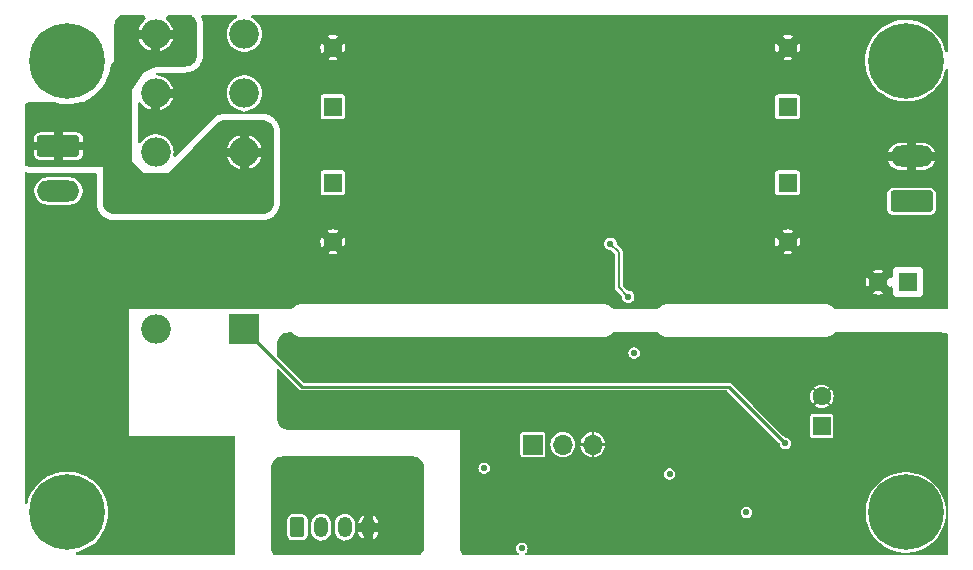
<source format=gbr>
%TF.GenerationSoftware,KiCad,Pcbnew,7.0.1*%
%TF.CreationDate,2024-03-26T16:50:52+03:00*%
%TF.ProjectId,Pelt,50656c74-2e6b-4696-9361-645f70636258,rev?*%
%TF.SameCoordinates,Original*%
%TF.FileFunction,Copper,L4,Bot*%
%TF.FilePolarity,Positive*%
%FSLAX46Y46*%
G04 Gerber Fmt 4.6, Leading zero omitted, Abs format (unit mm)*
G04 Created by KiCad (PCBNEW 7.0.1) date 2024-03-26 16:50:52*
%MOMM*%
%LPD*%
G01*
G04 APERTURE LIST*
G04 Aperture macros list*
%AMRoundRect*
0 Rectangle with rounded corners*
0 $1 Rounding radius*
0 $2 $3 $4 $5 $6 $7 $8 $9 X,Y pos of 4 corners*
0 Add a 4 corners polygon primitive as box body*
4,1,4,$2,$3,$4,$5,$6,$7,$8,$9,$2,$3,0*
0 Add four circle primitives for the rounded corners*
1,1,$1+$1,$2,$3*
1,1,$1+$1,$4,$5*
1,1,$1+$1,$6,$7*
1,1,$1+$1,$8,$9*
0 Add four rect primitives between the rounded corners*
20,1,$1+$1,$2,$3,$4,$5,0*
20,1,$1+$1,$4,$5,$6,$7,0*
20,1,$1+$1,$6,$7,$8,$9,0*
20,1,$1+$1,$8,$9,$2,$3,0*%
G04 Aperture macros list end*
%TA.AperFunction,ComponentPad*%
%ADD10RoundRect,0.250000X-0.350000X-0.625000X0.350000X-0.625000X0.350000X0.625000X-0.350000X0.625000X0*%
%TD*%
%TA.AperFunction,ComponentPad*%
%ADD11O,1.200000X1.750000*%
%TD*%
%TA.AperFunction,ComponentPad*%
%ADD12C,6.400000*%
%TD*%
%TA.AperFunction,ComponentPad*%
%ADD13RoundRect,0.250000X-1.550000X0.650000X-1.550000X-0.650000X1.550000X-0.650000X1.550000X0.650000X0*%
%TD*%
%TA.AperFunction,ComponentPad*%
%ADD14O,3.600000X1.800000*%
%TD*%
%TA.AperFunction,ComponentPad*%
%ADD15R,2.500000X2.500000*%
%TD*%
%TA.AperFunction,ComponentPad*%
%ADD16O,2.500000X2.500000*%
%TD*%
%TA.AperFunction,ComponentPad*%
%ADD17C,0.550000*%
%TD*%
%TA.AperFunction,SMDPad,CuDef*%
%ADD18R,1.900000X2.500000*%
%TD*%
%TA.AperFunction,ComponentPad*%
%ADD19R,1.600000X1.600000*%
%TD*%
%TA.AperFunction,ComponentPad*%
%ADD20C,1.600000*%
%TD*%
%TA.AperFunction,ComponentPad*%
%ADD21R,1.700000X1.700000*%
%TD*%
%TA.AperFunction,ComponentPad*%
%ADD22O,1.700000X1.700000*%
%TD*%
%TA.AperFunction,ComponentPad*%
%ADD23RoundRect,0.250000X1.550000X-0.650000X1.550000X0.650000X-1.550000X0.650000X-1.550000X-0.650000X0*%
%TD*%
%TA.AperFunction,ViaPad*%
%ADD24C,0.550000*%
%TD*%
%TA.AperFunction,Conductor*%
%ADD25C,0.200000*%
%TD*%
%TA.AperFunction,Conductor*%
%ADD26C,0.250000*%
%TD*%
G04 APERTURE END LIST*
D10*
%TO.P,J3,1,Pin_1*%
%TO.N,Net-(D1-A)*%
X129500000Y-83500000D03*
D11*
%TO.P,J3,2,Pin_2*%
%TO.N,Net-(J3-Pin_2)*%
X131500000Y-83500000D03*
%TO.P,J3,3,Pin_3*%
%TO.N,Net-(J3-Pin_3)*%
X133500000Y-83500000D03*
%TO.P,J3,4,Pin_4*%
%TO.N,Net-(J3-Pin_4)*%
X135500000Y-83500000D03*
%TD*%
D12*
%TO.P,REF\u002A\u002A,1*%
%TO.N,N/C*%
X181000000Y-82250000D03*
%TD*%
D13*
%TO.P,J4,1,Pin_1*%
%TO.N,/Plus*%
X109257500Y-51227500D03*
D14*
%TO.P,J4,2,Pin_2*%
%TO.N,/Minus*%
X109257500Y-55037500D03*
%TD*%
D15*
%TO.P,K1,1*%
%TO.N,+5.5V*%
X125000000Y-66750000D03*
D16*
%TO.P,K1,2*%
%TO.N,/Plus*%
X125000000Y-51750000D03*
%TO.P,K1,3*%
%TO.N,/V_out*%
X125000000Y-46750000D03*
%TO.P,K1,4*%
%TO.N,/Minus*%
X125000000Y-41750000D03*
%TO.P,K1,5*%
%TO.N,/Plus*%
X117500000Y-41750000D03*
%TO.P,K1,6*%
%TO.N,GND*%
X117500000Y-46750000D03*
%TO.P,K1,7*%
%TO.N,/Minus*%
X117500000Y-51750000D03*
%TO.P,K1,8*%
%TO.N,Net-(D2-A)*%
X117500000Y-66750000D03*
%TD*%
D17*
%TO.P,U1,9,GND*%
%TO.N,GND*%
X158562500Y-50905000D03*
X158562500Y-49905000D03*
X158562500Y-48905000D03*
D18*
X157862500Y-49905000D03*
D17*
X157162500Y-50905000D03*
X157162500Y-49905000D03*
X157162500Y-48905000D03*
%TD*%
D12*
%TO.P,REF\u002A\u002A,1*%
%TO.N,N/C*%
X110000000Y-82250000D03*
%TD*%
D19*
%TO.P,C1,1*%
%TO.N,+5.5V*%
X173882214Y-74932380D03*
D20*
%TO.P,C1,2*%
%TO.N,GND*%
X173882214Y-72432380D03*
%TD*%
D19*
%TO.P,C12,1*%
%TO.N,/V_out*%
X132500000Y-47902651D03*
D20*
%TO.P,C12,2*%
%TO.N,GND*%
X132500000Y-42902651D03*
%TD*%
D19*
%TO.P,C11,1*%
%TO.N,/V_out*%
X132500000Y-54347349D03*
D20*
%TO.P,C11,2*%
%TO.N,GND*%
X132500000Y-59347349D03*
%TD*%
D19*
%TO.P,C1,1*%
%TO.N,Vin*%
X181182379Y-62750000D03*
D20*
%TO.P,C1,2*%
%TO.N,GND*%
X178682379Y-62750000D03*
%TD*%
D21*
%TO.P,J2,1,Pin_1*%
%TO.N,+5V*%
X149425000Y-76500000D03*
D22*
%TO.P,J2,2,Pin_2*%
%TO.N,Net-(IC1-PD1)*%
X151965000Y-76500000D03*
%TO.P,J2,3,Pin_3*%
%TO.N,GND*%
X154505000Y-76500000D03*
%TD*%
D12*
%TO.P,REF\u002A\u002A,1*%
%TO.N,N/C*%
X110000000Y-44000000D03*
%TD*%
%TO.P,REF\u002A\u002A,1*%
%TO.N,N/C*%
X181000000Y-44000000D03*
%TD*%
D19*
%TO.P,C5,1*%
%TO.N,Vin*%
X171000000Y-47902651D03*
D20*
%TO.P,C5,2*%
%TO.N,GND*%
X171000000Y-42902651D03*
%TD*%
D23*
%TO.P,J1,1,Pin_1*%
%TO.N,Vin*%
X181492500Y-55922500D03*
D14*
%TO.P,J1,2,Pin_2*%
%TO.N,GND*%
X181492500Y-52112500D03*
%TD*%
D19*
%TO.P,C6,1*%
%TO.N,Vin*%
X171000000Y-54347349D03*
D20*
%TO.P,C6,2*%
%TO.N,GND*%
X171000000Y-59347349D03*
%TD*%
D24*
%TO.N,GND*%
X150290000Y-80635000D03*
X165500000Y-53500000D03*
X159000000Y-41000000D03*
X156000000Y-62500000D03*
X166500000Y-41000000D03*
X165500000Y-58000000D03*
X156000000Y-44000000D03*
X164000000Y-61000000D03*
X156000000Y-56500000D03*
X150000000Y-64000000D03*
X156000000Y-55000000D03*
X154500000Y-58000000D03*
X168000000Y-45500000D03*
X161000000Y-64000000D03*
X163500000Y-41000000D03*
X151500000Y-52000000D03*
X168500000Y-56500000D03*
X157500000Y-42500000D03*
X150000000Y-50500000D03*
X151500000Y-53500000D03*
X157500000Y-44000000D03*
X162500000Y-53500000D03*
X157500000Y-53500000D03*
X164000000Y-59500000D03*
X168500000Y-61000000D03*
X151500000Y-59500000D03*
X166500000Y-42500000D03*
X146750000Y-83250000D03*
X159000000Y-44000000D03*
X161000000Y-62500000D03*
X162500000Y-52000000D03*
X167000000Y-61000000D03*
X164000000Y-64000000D03*
X154500000Y-62500000D03*
X163500000Y-44000000D03*
X164000000Y-56500000D03*
X167000000Y-64000000D03*
X162500000Y-62500000D03*
X163500000Y-45500000D03*
X165500000Y-59500000D03*
X165500000Y-52000000D03*
X159000000Y-58000000D03*
X151500000Y-62500000D03*
X159000000Y-53500000D03*
X162000000Y-41000000D03*
X157500000Y-45500000D03*
X162500000Y-55000000D03*
X150000000Y-58000000D03*
X156000000Y-41000000D03*
X156000000Y-42500000D03*
X159000000Y-56500000D03*
X157500000Y-56500000D03*
X157500000Y-55000000D03*
X165000000Y-41000000D03*
X146750000Y-85500000D03*
X164000000Y-62500000D03*
X150000000Y-55000000D03*
X162000000Y-45500000D03*
X162500000Y-58000000D03*
X159000000Y-55000000D03*
X165500000Y-56500000D03*
X156000000Y-58000000D03*
X162500000Y-56500000D03*
X168500000Y-64000000D03*
X157500000Y-52000000D03*
X168500000Y-59500000D03*
X167000000Y-56500000D03*
X168500000Y-58000000D03*
X164000000Y-53500000D03*
X164000000Y-52000000D03*
X160500000Y-44000000D03*
X170000000Y-64000000D03*
X159000000Y-42500000D03*
X165500000Y-62500000D03*
X168000000Y-41000000D03*
X162500000Y-64000000D03*
X168000000Y-44000000D03*
X154500000Y-64000000D03*
X151500000Y-64000000D03*
X160500000Y-41000000D03*
X165500000Y-55000000D03*
X154500000Y-59500000D03*
X150000000Y-56500000D03*
X153000000Y-62500000D03*
X164000000Y-55000000D03*
X156000000Y-53500000D03*
X165500000Y-64000000D03*
X157500000Y-41000000D03*
X156000000Y-45500000D03*
X165000000Y-45500000D03*
X171500000Y-64000000D03*
X153000000Y-56500000D03*
X159000000Y-52000000D03*
X168000000Y-42500000D03*
X150000000Y-53500000D03*
X159000000Y-45500000D03*
X167000000Y-62500000D03*
X163500000Y-42500000D03*
X151500000Y-58000000D03*
X166500000Y-45500000D03*
X160500000Y-45500000D03*
X165000000Y-44000000D03*
X162000000Y-44000000D03*
X157500000Y-58000000D03*
X151500000Y-55000000D03*
X150000000Y-59500000D03*
X151500000Y-56500000D03*
X153000000Y-64000000D03*
X151500000Y-50500000D03*
X168500000Y-62500000D03*
X167000000Y-59500000D03*
X153000000Y-58000000D03*
X161104278Y-58026736D03*
X154500000Y-56500000D03*
X157500000Y-47000000D03*
X166500000Y-44000000D03*
X150000000Y-62500000D03*
X167000000Y-58000000D03*
X162500000Y-59500000D03*
X159000000Y-47000000D03*
X160500000Y-42500000D03*
X157500000Y-62500000D03*
X153000000Y-59500000D03*
X165000000Y-42500000D03*
X150000000Y-52000000D03*
X165500000Y-61000000D03*
X162000000Y-42500000D03*
X164000000Y-58000000D03*
X161104278Y-56526736D03*
X156000000Y-64000000D03*
X156000000Y-47000000D03*
%TO.N,+5.5V*%
X170800000Y-76400000D03*
%TO.N,+5V*%
X145300000Y-78500000D03*
X148500000Y-85300000D03*
X167500000Y-82250000D03*
X161000000Y-79000000D03*
X158000000Y-68750000D03*
%TO.N,Net-(J3-Pin_4)*%
X139000000Y-78250000D03*
%TO.N,SHDWN*%
X156000000Y-59500000D03*
X157500000Y-64000000D03*
%TD*%
D25*
%TO.N,SHDWN*%
X156700000Y-63200000D02*
X157500000Y-64000000D01*
X156700000Y-60200000D02*
X156700000Y-63200000D01*
X156000000Y-59500000D02*
X156700000Y-60200000D01*
D26*
%TO.N,+5.5V*%
X129850000Y-71600000D02*
X125000000Y-66750000D01*
X170800000Y-76400000D02*
X166000000Y-71600000D01*
X166000000Y-71600000D02*
X129850000Y-71600000D01*
%TD*%
%TA.AperFunction,Conductor*%
%TO.N,GND*%
G36*
X124375882Y-40167456D02*
G01*
X124421355Y-40213687D01*
X124437274Y-40276550D01*
X124419285Y-40338852D01*
X124372310Y-40383554D01*
X124337743Y-40402261D01*
X124176485Y-40489529D01*
X123980259Y-40642259D01*
X123980256Y-40642261D01*
X123980256Y-40642262D01*
X123844383Y-40789860D01*
X123811837Y-40825214D01*
X123675825Y-41033395D01*
X123575938Y-41261117D01*
X123514891Y-41502183D01*
X123494356Y-41750000D01*
X123514891Y-41997816D01*
X123514891Y-41997819D01*
X123514892Y-41997821D01*
X123575937Y-42238881D01*
X123620960Y-42341523D01*
X123675825Y-42466604D01*
X123675827Y-42466607D01*
X123811836Y-42674785D01*
X123980256Y-42857738D01*
X123980259Y-42857740D01*
X124176485Y-43010470D01*
X124176487Y-43010471D01*
X124176491Y-43010474D01*
X124395190Y-43128828D01*
X124630386Y-43209571D01*
X124875665Y-43250500D01*
X125124335Y-43250500D01*
X125369614Y-43209571D01*
X125604810Y-43128828D01*
X125823509Y-43010474D01*
X125962041Y-42902650D01*
X131444919Y-42902650D01*
X131465191Y-43108485D01*
X131525232Y-43306415D01*
X131539399Y-43332919D01*
X131539401Y-43332920D01*
X131969670Y-42902652D01*
X133030330Y-42902652D01*
X133460598Y-43332920D01*
X133460598Y-43332919D01*
X133474767Y-43306413D01*
X133534808Y-43108485D01*
X133555080Y-42902651D01*
X133555080Y-42902650D01*
X169944919Y-42902650D01*
X169965191Y-43108485D01*
X170025232Y-43306415D01*
X170039399Y-43332919D01*
X170039401Y-43332920D01*
X170469670Y-42902652D01*
X170469670Y-42902651D01*
X171530330Y-42902651D01*
X171960598Y-43332919D01*
X171974767Y-43306413D01*
X172034808Y-43108485D01*
X172055080Y-42902650D01*
X172034808Y-42696816D01*
X171974766Y-42498885D01*
X171960599Y-42472380D01*
X171530330Y-42902651D01*
X170469670Y-42902651D01*
X170039401Y-42472381D01*
X170039400Y-42472381D01*
X170025231Y-42498890D01*
X169965191Y-42696816D01*
X169944919Y-42902650D01*
X133555080Y-42902650D01*
X133534808Y-42696816D01*
X133474766Y-42498885D01*
X133460599Y-42472380D01*
X133030330Y-42902651D01*
X133030330Y-42902652D01*
X131969670Y-42902652D01*
X131969670Y-42902651D01*
X131539401Y-42472381D01*
X131539400Y-42472381D01*
X131525231Y-42498890D01*
X131465191Y-42696816D01*
X131444919Y-42902650D01*
X125962041Y-42902650D01*
X126019744Y-42857738D01*
X126188164Y-42674785D01*
X126324173Y-42466607D01*
X126424063Y-42238881D01*
X126485108Y-41997821D01*
X126489729Y-41942052D01*
X132069730Y-41942052D01*
X132500000Y-42372321D01*
X132500001Y-42372321D01*
X132930269Y-41942052D01*
X170569730Y-41942052D01*
X171000000Y-42372321D01*
X171000001Y-42372321D01*
X171430269Y-41942052D01*
X171430268Y-41942050D01*
X171403764Y-41927883D01*
X171205834Y-41867842D01*
X170999999Y-41847570D01*
X170794165Y-41867842D01*
X170596239Y-41927882D01*
X170569730Y-41942051D01*
X170569730Y-41942052D01*
X132930269Y-41942052D01*
X132930268Y-41942050D01*
X132903764Y-41927883D01*
X132705834Y-41867842D01*
X132499999Y-41847570D01*
X132294165Y-41867842D01*
X132096239Y-41927882D01*
X132069730Y-41942051D01*
X132069730Y-41942052D01*
X126489729Y-41942052D01*
X126505643Y-41750000D01*
X126485108Y-41502179D01*
X126424063Y-41261119D01*
X126324173Y-41033393D01*
X126188164Y-40825215D01*
X126019744Y-40642262D01*
X125900564Y-40549500D01*
X125823514Y-40489529D01*
X125823510Y-40489526D01*
X125823509Y-40489526D01*
X125627689Y-40383554D01*
X125580715Y-40338852D01*
X125562726Y-40276550D01*
X125578645Y-40213687D01*
X125624118Y-40167456D01*
X125686709Y-40150500D01*
X184475500Y-40150500D01*
X184537500Y-40167113D01*
X184582887Y-40212500D01*
X184599500Y-40274500D01*
X184599500Y-43156417D01*
X184585575Y-43213508D01*
X184546929Y-43257777D01*
X184492240Y-43279282D01*
X184433791Y-43273192D01*
X184384710Y-43240876D01*
X184356020Y-43189590D01*
X184274681Y-42896632D01*
X184136189Y-42549043D01*
X183960930Y-42218473D01*
X183960928Y-42218469D01*
X183750954Y-41908779D01*
X183750952Y-41908776D01*
X183508726Y-41623607D01*
X183237092Y-41366301D01*
X183237087Y-41366297D01*
X182939220Y-41139864D01*
X182939216Y-41139861D01*
X182939214Y-41139860D01*
X182618614Y-40946962D01*
X182279043Y-40789860D01*
X182279040Y-40789859D01*
X182279038Y-40789858D01*
X181924462Y-40670387D01*
X181924461Y-40670386D01*
X181924459Y-40670386D01*
X181702736Y-40621581D01*
X181559049Y-40589954D01*
X181373064Y-40569726D01*
X181187082Y-40549500D01*
X181187081Y-40549500D01*
X180812919Y-40549500D01*
X180812918Y-40549500D01*
X180440951Y-40589954D01*
X180075540Y-40670386D01*
X179720956Y-40789860D01*
X179381385Y-40946962D01*
X179060785Y-41139860D01*
X178762907Y-41366301D01*
X178491273Y-41623607D01*
X178249047Y-41908776D01*
X178039069Y-42218473D01*
X177863810Y-42549043D01*
X177725318Y-42896632D01*
X177625222Y-43257147D01*
X177564688Y-43626393D01*
X177544431Y-43999999D01*
X177564688Y-44373606D01*
X177564688Y-44373611D01*
X177564689Y-44373613D01*
X177592883Y-44545590D01*
X177625222Y-44742852D01*
X177725318Y-45103367D01*
X177863810Y-45450956D01*
X178039069Y-45781526D01*
X178039072Y-45781531D01*
X178148848Y-45943439D01*
X178249047Y-46091223D01*
X178491273Y-46376392D01*
X178762907Y-46633698D01*
X178762910Y-46633700D01*
X178762913Y-46633703D01*
X179060780Y-46860136D01*
X179344004Y-47030546D01*
X179381385Y-47053037D01*
X179415078Y-47068625D01*
X179720962Y-47210142D01*
X180075538Y-47329613D01*
X180440951Y-47410046D01*
X180776432Y-47446531D01*
X180812918Y-47450500D01*
X180812919Y-47450500D01*
X181187081Y-47450500D01*
X181187082Y-47450500D01*
X181220308Y-47446886D01*
X181559049Y-47410046D01*
X181924462Y-47329613D01*
X182279038Y-47210142D01*
X182618617Y-47053036D01*
X182939220Y-46860136D01*
X183237087Y-46633703D01*
X183508727Y-46376392D01*
X183750954Y-46091221D01*
X183960928Y-45781531D01*
X184057513Y-45599352D01*
X184136189Y-45450956D01*
X184274681Y-45103367D01*
X184356020Y-44810410D01*
X184384710Y-44759124D01*
X184433791Y-44726808D01*
X184492240Y-44720718D01*
X184546929Y-44742223D01*
X184585575Y-44786492D01*
X184599500Y-44843583D01*
X184599500Y-64876000D01*
X184582887Y-64938000D01*
X184537500Y-64983387D01*
X184475500Y-65000000D01*
X175031969Y-65000000D01*
X174984516Y-64990561D01*
X174944288Y-64963681D01*
X174912364Y-64931757D01*
X174835620Y-64876000D01*
X174734022Y-64802185D01*
X174537606Y-64702105D01*
X174327951Y-64633985D01*
X174327948Y-64633984D01*
X174110224Y-64599500D01*
X174110222Y-64599500D01*
X174031519Y-64599500D01*
X161057583Y-64599500D01*
X161000000Y-64599500D01*
X160889778Y-64599500D01*
X160889776Y-64599500D01*
X160672051Y-64633984D01*
X160462396Y-64702104D01*
X160462394Y-64702104D01*
X160462394Y-64702105D01*
X160265978Y-64802185D01*
X160265975Y-64802186D01*
X160265975Y-64802187D01*
X160087635Y-64931757D01*
X160055712Y-64963681D01*
X160015484Y-64990561D01*
X159968031Y-65000000D01*
X156281969Y-65000000D01*
X156234516Y-64990561D01*
X156194288Y-64963681D01*
X156162364Y-64931757D01*
X156085620Y-64876000D01*
X155984022Y-64802185D01*
X155787606Y-64702105D01*
X155577951Y-64633985D01*
X155577948Y-64633984D01*
X155360224Y-64599500D01*
X155360222Y-64599500D01*
X155281519Y-64599500D01*
X130057583Y-64599500D01*
X130000000Y-64599500D01*
X129889778Y-64599500D01*
X129889776Y-64599500D01*
X129672051Y-64633984D01*
X129462396Y-64702104D01*
X129462394Y-64702104D01*
X129462394Y-64702105D01*
X129265978Y-64802185D01*
X129265975Y-64802186D01*
X129265975Y-64802187D01*
X129087635Y-64931757D01*
X129055712Y-64963681D01*
X129015484Y-64990561D01*
X128968031Y-65000000D01*
X115250000Y-65000000D01*
X115250000Y-75750000D01*
X124126000Y-75750000D01*
X124188000Y-75766613D01*
X124233387Y-75812000D01*
X124250000Y-75874000D01*
X124250000Y-85725500D01*
X124233387Y-85787500D01*
X124188000Y-85832887D01*
X124126000Y-85849500D01*
X110838514Y-85849500D01*
X110780431Y-85835055D01*
X110735881Y-85795087D01*
X110715241Y-85738907D01*
X110723321Y-85679603D01*
X110758238Y-85630992D01*
X110811858Y-85604399D01*
X110830891Y-85600209D01*
X110924462Y-85579613D01*
X111279038Y-85460142D01*
X111618617Y-85303036D01*
X111939220Y-85110136D01*
X112237087Y-84883703D01*
X112508727Y-84626392D01*
X112750954Y-84341221D01*
X112960928Y-84031531D01*
X113072485Y-83821113D01*
X113136189Y-83700956D01*
X113274681Y-83353367D01*
X113374777Y-82992852D01*
X113374776Y-82992852D01*
X113374779Y-82992845D01*
X113435311Y-82623613D01*
X113455568Y-82250000D01*
X113435311Y-81876387D01*
X113374779Y-81507155D01*
X113370259Y-81490876D01*
X113274681Y-81146632D01*
X113136189Y-80799043D01*
X112960930Y-80468473D01*
X112960928Y-80468469D01*
X112750954Y-80158779D01*
X112750952Y-80158776D01*
X112508726Y-79873607D01*
X112237092Y-79616301D01*
X112123611Y-79530035D01*
X111939220Y-79389864D01*
X111939216Y-79389861D01*
X111939214Y-79389860D01*
X111618614Y-79196962D01*
X111279043Y-79039860D01*
X111279040Y-79039859D01*
X111279038Y-79039858D01*
X110924462Y-78920387D01*
X110924461Y-78920386D01*
X110924459Y-78920386D01*
X110662917Y-78862817D01*
X110559049Y-78839954D01*
X110373065Y-78819727D01*
X110187082Y-78799500D01*
X110187081Y-78799500D01*
X109812919Y-78799500D01*
X109812918Y-78799500D01*
X109440951Y-78839954D01*
X109075540Y-78920386D01*
X108720956Y-79039860D01*
X108381385Y-79196962D01*
X108060785Y-79389860D01*
X107762907Y-79616301D01*
X107491273Y-79873607D01*
X107249047Y-80158776D01*
X107039069Y-80468473D01*
X106863810Y-80799043D01*
X106725318Y-81146632D01*
X106643980Y-81439590D01*
X106615290Y-81490876D01*
X106566209Y-81523192D01*
X106507760Y-81529282D01*
X106453071Y-81507777D01*
X106414425Y-81463508D01*
X106400500Y-81406417D01*
X106400500Y-60307948D01*
X132069729Y-60307948D01*
X132096234Y-60322115D01*
X132294165Y-60382157D01*
X132500000Y-60402429D01*
X132705834Y-60382157D01*
X132903762Y-60322116D01*
X132930268Y-60307947D01*
X132930268Y-60307946D01*
X132500001Y-59877679D01*
X132500000Y-59877679D01*
X132069729Y-60307948D01*
X106400500Y-60307948D01*
X106400500Y-59347348D01*
X131444919Y-59347348D01*
X131465191Y-59553183D01*
X131525232Y-59751113D01*
X131539399Y-59777617D01*
X131539401Y-59777618D01*
X131969670Y-59347350D01*
X133030330Y-59347350D01*
X133460598Y-59777618D01*
X133460598Y-59777617D01*
X133474767Y-59751111D01*
X133534808Y-59553183D01*
X133540046Y-59499999D01*
X155469965Y-59499999D01*
X155488025Y-59637180D01*
X155488025Y-59637182D01*
X155488026Y-59637183D01*
X155540976Y-59765018D01*
X155540977Y-59765020D01*
X155625208Y-59874791D01*
X155721633Y-59948781D01*
X155734982Y-59959024D01*
X155862817Y-60011974D01*
X155997831Y-60029749D01*
X156036488Y-60041476D01*
X156069325Y-60065007D01*
X156313181Y-60308863D01*
X156340061Y-60349091D01*
X156349500Y-60396544D01*
X156349500Y-63150788D01*
X156346861Y-63176234D01*
X156344957Y-63185314D01*
X156348548Y-63214123D01*
X156349458Y-63228795D01*
X156352665Y-63248013D01*
X156353403Y-63253078D01*
X156360351Y-63308809D01*
X156387081Y-63358202D01*
X156389421Y-63362747D01*
X156410802Y-63406484D01*
X156410803Y-63406485D01*
X156414084Y-63413196D01*
X156419581Y-63418256D01*
X156419582Y-63418258D01*
X156437760Y-63434992D01*
X156455399Y-63451230D01*
X156459097Y-63454779D01*
X156934992Y-63930674D01*
X156958523Y-63963511D01*
X156970250Y-64002169D01*
X156988025Y-64137180D01*
X157040977Y-64265020D01*
X157125208Y-64374791D01*
X157234979Y-64459022D01*
X157234982Y-64459024D01*
X157362817Y-64511974D01*
X157500000Y-64530035D01*
X157637183Y-64511974D01*
X157765018Y-64459024D01*
X157874791Y-64374791D01*
X157959024Y-64265018D01*
X158011974Y-64137183D01*
X158030035Y-64000000D01*
X158011974Y-63862817D01*
X157959024Y-63734983D01*
X157940313Y-63710599D01*
X178252108Y-63710599D01*
X178278613Y-63724766D01*
X178476544Y-63784808D01*
X178682379Y-63805080D01*
X178888213Y-63784808D01*
X179086141Y-63724767D01*
X179112647Y-63710598D01*
X179112648Y-63710598D01*
X178682380Y-63280330D01*
X178682379Y-63280330D01*
X178252108Y-63710599D01*
X157940313Y-63710599D01*
X157874791Y-63625209D01*
X157874789Y-63625207D01*
X157874788Y-63625206D01*
X157765020Y-63540977D01*
X157765018Y-63540976D01*
X157637183Y-63488026D01*
X157637182Y-63488025D01*
X157637180Y-63488025D01*
X157502169Y-63470250D01*
X157463511Y-63458523D01*
X157430674Y-63434992D01*
X157086819Y-63091137D01*
X157059939Y-63050909D01*
X157050500Y-63003456D01*
X157050500Y-62750000D01*
X177627298Y-62750000D01*
X177647570Y-62955834D01*
X177707611Y-63153764D01*
X177721778Y-63180268D01*
X177721780Y-63180269D01*
X178152049Y-62750001D01*
X179212709Y-62750001D01*
X179642977Y-63180269D01*
X179642977Y-63180268D01*
X179648522Y-63169896D01*
X179693090Y-63122623D01*
X179755445Y-63104375D01*
X179818469Y-63120162D01*
X179864858Y-63165650D01*
X179881879Y-63228351D01*
X179881879Y-63597869D01*
X179888288Y-63657483D01*
X179938583Y-63792331D01*
X180024833Y-63907546D01*
X180140048Y-63993796D01*
X180274896Y-64044091D01*
X180334506Y-64050500D01*
X182030251Y-64050499D01*
X182089862Y-64044091D01*
X182224710Y-63993796D01*
X182339925Y-63907546D01*
X182426175Y-63792331D01*
X182476470Y-63657483D01*
X182482879Y-63597873D01*
X182482878Y-61902128D01*
X182476470Y-61842517D01*
X182426175Y-61707669D01*
X182339925Y-61592454D01*
X182224710Y-61506204D01*
X182089862Y-61455909D01*
X182030252Y-61449500D01*
X182030248Y-61449500D01*
X180334509Y-61449500D01*
X180274894Y-61455909D01*
X180140048Y-61506204D01*
X180024833Y-61592454D01*
X179938583Y-61707668D01*
X179888288Y-61842516D01*
X179881879Y-61902131D01*
X179881879Y-62271646D01*
X179864858Y-62334347D01*
X179818468Y-62379835D01*
X179755445Y-62395622D01*
X179693090Y-62377374D01*
X179648521Y-62330100D01*
X179642978Y-62319730D01*
X179212709Y-62750000D01*
X179212709Y-62750001D01*
X178152049Y-62750001D01*
X178152049Y-62750000D01*
X177721780Y-62319730D01*
X177721779Y-62319730D01*
X177707610Y-62346239D01*
X177647570Y-62544165D01*
X177627298Y-62750000D01*
X157050500Y-62750000D01*
X157050500Y-61789401D01*
X178252109Y-61789401D01*
X178682379Y-62219670D01*
X178682380Y-62219670D01*
X179112648Y-61789401D01*
X179112647Y-61789399D01*
X179086143Y-61775232D01*
X178888213Y-61715191D01*
X178682379Y-61694919D01*
X178476544Y-61715191D01*
X178278618Y-61775231D01*
X178252109Y-61789400D01*
X178252109Y-61789401D01*
X157050500Y-61789401D01*
X157050500Y-60307948D01*
X170569729Y-60307948D01*
X170596234Y-60322115D01*
X170794165Y-60382157D01*
X171000000Y-60402429D01*
X171205834Y-60382157D01*
X171403762Y-60322116D01*
X171430268Y-60307947D01*
X171430269Y-60307946D01*
X171000001Y-59877679D01*
X171000000Y-59877679D01*
X170569729Y-60307948D01*
X157050500Y-60307948D01*
X157050500Y-60249207D01*
X157053139Y-60223761D01*
X157053173Y-60223594D01*
X157055042Y-60214685D01*
X157051452Y-60185884D01*
X157050540Y-60171205D01*
X157050500Y-60170965D01*
X157050500Y-60170960D01*
X157047331Y-60151972D01*
X157046594Y-60146915D01*
X157040573Y-60098607D01*
X157040572Y-60098605D01*
X157039648Y-60091191D01*
X157036092Y-60084620D01*
X157036092Y-60084619D01*
X157012925Y-60041811D01*
X157010581Y-60037256D01*
X156985918Y-59986805D01*
X156980418Y-59981742D01*
X156944587Y-59948757D01*
X156940914Y-59945232D01*
X156565007Y-59569325D01*
X156541476Y-59536488D01*
X156529749Y-59497830D01*
X156511974Y-59362817D01*
X156505567Y-59347348D01*
X169944919Y-59347348D01*
X169965191Y-59553183D01*
X170025232Y-59751113D01*
X170039399Y-59777617D01*
X170039401Y-59777618D01*
X170469670Y-59347350D01*
X170469670Y-59347349D01*
X171530330Y-59347349D01*
X171960598Y-59777617D01*
X171974767Y-59751111D01*
X172034808Y-59553183D01*
X172055080Y-59347348D01*
X172034808Y-59141514D01*
X171974766Y-58943583D01*
X171960599Y-58917078D01*
X171530330Y-59347349D01*
X170469670Y-59347349D01*
X170039401Y-58917079D01*
X170039400Y-58917079D01*
X170025231Y-58943588D01*
X169965191Y-59141514D01*
X169944919Y-59347348D01*
X156505567Y-59347348D01*
X156459024Y-59234983D01*
X156374791Y-59125209D01*
X156374789Y-59125207D01*
X156374788Y-59125206D01*
X156265020Y-59040977D01*
X156265013Y-59040974D01*
X156137183Y-58988026D01*
X156137182Y-58988025D01*
X156137180Y-58988025D01*
X156024515Y-58973192D01*
X156000000Y-58969965D01*
X155999999Y-58969965D01*
X155862816Y-58988026D01*
X155734985Y-59040974D01*
X155625209Y-59125209D01*
X155540974Y-59234985D01*
X155488026Y-59362816D01*
X155469965Y-59499999D01*
X133540046Y-59499999D01*
X133555080Y-59347348D01*
X133534808Y-59141514D01*
X133474766Y-58943583D01*
X133460599Y-58917078D01*
X133030330Y-59347349D01*
X133030330Y-59347350D01*
X131969670Y-59347350D01*
X131969670Y-59347349D01*
X131539401Y-58917079D01*
X131539400Y-58917079D01*
X131525231Y-58943588D01*
X131465191Y-59141514D01*
X131444919Y-59347348D01*
X106400500Y-59347348D01*
X106400500Y-58386750D01*
X132069730Y-58386750D01*
X132500000Y-58817019D01*
X132500001Y-58817019D01*
X132930269Y-58386750D01*
X170569730Y-58386750D01*
X171000000Y-58817019D01*
X171000001Y-58817019D01*
X171430269Y-58386750D01*
X171430268Y-58386748D01*
X171403764Y-58372581D01*
X171205834Y-58312540D01*
X171000000Y-58292268D01*
X170794165Y-58312540D01*
X170596239Y-58372580D01*
X170569730Y-58386749D01*
X170569730Y-58386750D01*
X132930269Y-58386750D01*
X132930268Y-58386748D01*
X132903764Y-58372581D01*
X132705834Y-58312540D01*
X132500000Y-58292268D01*
X132294165Y-58312540D01*
X132096239Y-58372580D01*
X132069730Y-58386749D01*
X132069730Y-58386750D01*
X106400500Y-58386750D01*
X106400500Y-55144110D01*
X107207000Y-55144110D01*
X107241366Y-55327949D01*
X107246179Y-55353698D01*
X107323201Y-55552517D01*
X107435447Y-55733801D01*
X107579094Y-55891373D01*
X107749247Y-56019868D01*
X107939327Y-56114514D01*
X107940111Y-56114905D01*
X108063632Y-56150050D01*
X108145189Y-56173256D01*
X108304305Y-56188000D01*
X108304306Y-56188000D01*
X110210694Y-56188000D01*
X110210695Y-56188000D01*
X110369810Y-56173256D01*
X110369810Y-56173255D01*
X110574889Y-56114905D01*
X110681724Y-56061708D01*
X110765752Y-56019868D01*
X110775416Y-56012570D01*
X110935907Y-55891372D01*
X111079552Y-55733802D01*
X111191798Y-55552519D01*
X111268821Y-55353698D01*
X111308000Y-55144110D01*
X111308000Y-54930890D01*
X111268821Y-54721302D01*
X111191798Y-54522481D01*
X111079552Y-54341198D01*
X110935907Y-54183628D01*
X110935906Y-54183627D01*
X110935905Y-54183626D01*
X110765752Y-54055131D01*
X110574890Y-53960095D01*
X110369810Y-53901743D01*
X110210695Y-53887000D01*
X110210694Y-53887000D01*
X108304306Y-53887000D01*
X108304305Y-53887000D01*
X108145189Y-53901743D01*
X107940109Y-53960095D01*
X107749247Y-54055131D01*
X107579094Y-54183626D01*
X107435447Y-54341198D01*
X107323201Y-54522482D01*
X107246179Y-54721301D01*
X107246179Y-54721302D01*
X107207000Y-54930890D01*
X107207000Y-55144110D01*
X106400500Y-55144110D01*
X106400500Y-53553549D01*
X106413740Y-53497797D01*
X106450633Y-53453951D01*
X106503301Y-53431375D01*
X106560491Y-53434887D01*
X106634702Y-53457399D01*
X106682816Y-53469451D01*
X106730689Y-53478974D01*
X106779762Y-53486254D01*
X106938277Y-53501867D01*
X106963024Y-53503692D01*
X106987431Y-53504891D01*
X107012234Y-53505500D01*
X112370500Y-53505500D01*
X112432500Y-53522113D01*
X112477887Y-53567500D01*
X112494500Y-53629500D01*
X112494500Y-55987749D01*
X112495109Y-56012574D01*
X112496308Y-56036989D01*
X112498132Y-56061714D01*
X112513745Y-56220231D01*
X112521027Y-56269319D01*
X112530545Y-56317173D01*
X112542595Y-56365281D01*
X112542598Y-56365291D01*
X112542599Y-56365293D01*
X112585266Y-56505950D01*
X112585271Y-56505964D01*
X112601976Y-56552651D01*
X112620662Y-56597766D01*
X112631355Y-56620373D01*
X112641869Y-56642603D01*
X112711157Y-56772231D01*
X112736660Y-56814780D01*
X112763777Y-56855364D01*
X112763778Y-56855365D01*
X112793329Y-56895209D01*
X112886579Y-57008836D01*
X112919893Y-57045591D01*
X112954407Y-57080105D01*
X112991162Y-57113419D01*
X112991167Y-57113423D01*
X113104791Y-57206671D01*
X113144634Y-57236221D01*
X113185219Y-57263339D01*
X113227768Y-57288842D01*
X113357396Y-57358130D01*
X113393044Y-57374990D01*
X113402247Y-57379343D01*
X113430671Y-57391116D01*
X113447341Y-57398021D01*
X113494049Y-57414733D01*
X113634702Y-57457399D01*
X113682816Y-57469451D01*
X113730689Y-57478974D01*
X113779762Y-57486254D01*
X113938277Y-57501867D01*
X113963024Y-57503692D01*
X113987431Y-57504891D01*
X114012234Y-57505500D01*
X126487749Y-57505500D01*
X126487766Y-57505500D01*
X126512569Y-57504891D01*
X126536976Y-57503692D01*
X126561723Y-57501867D01*
X126720237Y-57486254D01*
X126769310Y-57478974D01*
X126817183Y-57469451D01*
X126865297Y-57457399D01*
X127005950Y-57414733D01*
X127052658Y-57398021D01*
X127097756Y-57379341D01*
X127142603Y-57358130D01*
X127272231Y-57288842D01*
X127314780Y-57263339D01*
X127355365Y-57236221D01*
X127395208Y-57206671D01*
X127508832Y-57113423D01*
X127545590Y-57080107D01*
X127580107Y-57045590D01*
X127613423Y-57008832D01*
X127706671Y-56895208D01*
X127736221Y-56855365D01*
X127763339Y-56814780D01*
X127788842Y-56772231D01*
X127858130Y-56642603D01*
X127868646Y-56620369D01*
X179442000Y-56620369D01*
X179448409Y-56679983D01*
X179498704Y-56814831D01*
X179584954Y-56930046D01*
X179700169Y-57016296D01*
X179835017Y-57066591D01*
X179894627Y-57073000D01*
X183090372Y-57072999D01*
X183149983Y-57066591D01*
X183284831Y-57016296D01*
X183400046Y-56930046D01*
X183486296Y-56814831D01*
X183536591Y-56679983D01*
X183543000Y-56620373D01*
X183542999Y-55224628D01*
X183536591Y-55165017D01*
X183486296Y-55030169D01*
X183400046Y-54914954D01*
X183284831Y-54828704D01*
X183149983Y-54778409D01*
X183090373Y-54772000D01*
X183090369Y-54772000D01*
X179894630Y-54772000D01*
X179835015Y-54778409D01*
X179700169Y-54828704D01*
X179584954Y-54914954D01*
X179498704Y-55030168D01*
X179448409Y-55165016D01*
X179442000Y-55224630D01*
X179442000Y-56620369D01*
X127868646Y-56620369D01*
X127879341Y-56597756D01*
X127898021Y-56552658D01*
X127914733Y-56505950D01*
X127957399Y-56365297D01*
X127969451Y-56317183D01*
X127978974Y-56269310D01*
X127986254Y-56220237D01*
X128001867Y-56061723D01*
X128003692Y-56036976D01*
X128004891Y-56012569D01*
X128005500Y-55987766D01*
X128005500Y-55172024D01*
X131449500Y-55172024D01*
X131464033Y-55245087D01*
X131464033Y-55245088D01*
X131464034Y-55245089D01*
X131519399Y-55327950D01*
X131602260Y-55383315D01*
X131638792Y-55390581D01*
X131675325Y-55397849D01*
X131675326Y-55397849D01*
X133324674Y-55397849D01*
X133324675Y-55397849D01*
X133349029Y-55393004D01*
X133397740Y-55383315D01*
X133480601Y-55327950D01*
X133535966Y-55245089D01*
X133550500Y-55172024D01*
X169949500Y-55172024D01*
X169964033Y-55245087D01*
X169964033Y-55245088D01*
X169964034Y-55245089D01*
X170019399Y-55327950D01*
X170102260Y-55383315D01*
X170138792Y-55390581D01*
X170175325Y-55397849D01*
X170175326Y-55397849D01*
X171824674Y-55397849D01*
X171824675Y-55397849D01*
X171849029Y-55393004D01*
X171897740Y-55383315D01*
X171980601Y-55327950D01*
X172035966Y-55245089D01*
X172050500Y-55172023D01*
X172050500Y-53522675D01*
X172046962Y-53504891D01*
X172037516Y-53457400D01*
X172035966Y-53449609D01*
X171980601Y-53366748D01*
X171897740Y-53311383D01*
X171897739Y-53311382D01*
X171897738Y-53311382D01*
X171824675Y-53296849D01*
X171824674Y-53296849D01*
X170175326Y-53296849D01*
X170175325Y-53296849D01*
X170102261Y-53311382D01*
X170019399Y-53366748D01*
X169964033Y-53449610D01*
X169949500Y-53522674D01*
X169949500Y-55172024D01*
X133550500Y-55172024D01*
X133550500Y-55172023D01*
X133550500Y-53522675D01*
X133546962Y-53504891D01*
X133537516Y-53457400D01*
X133535966Y-53449609D01*
X133480601Y-53366748D01*
X133397740Y-53311383D01*
X133397739Y-53311382D01*
X133397738Y-53311382D01*
X133324675Y-53296849D01*
X133324674Y-53296849D01*
X131675326Y-53296849D01*
X131675325Y-53296849D01*
X131602261Y-53311382D01*
X131519399Y-53366748D01*
X131464033Y-53449610D01*
X131449500Y-53522674D01*
X131449500Y-55172024D01*
X128005500Y-55172024D01*
X128005500Y-52487500D01*
X179504495Y-52487500D01*
X179558653Y-52627298D01*
X179670845Y-52808496D01*
X179814432Y-52966002D01*
X179984511Y-53094441D01*
X180175291Y-53189437D01*
X180380280Y-53247762D01*
X180539329Y-53262500D01*
X181117500Y-53262500D01*
X181117500Y-52487500D01*
X181867500Y-52487500D01*
X181867500Y-53262500D01*
X182445671Y-53262500D01*
X182604719Y-53247762D01*
X182809708Y-53189437D01*
X183000488Y-53094441D01*
X183170567Y-52966002D01*
X183314154Y-52808496D01*
X183426346Y-52627298D01*
X183480505Y-52487500D01*
X181867500Y-52487500D01*
X181117500Y-52487500D01*
X179504495Y-52487500D01*
X128005500Y-52487500D01*
X128005500Y-50012234D01*
X128004891Y-49987431D01*
X128003692Y-49963024D01*
X128001867Y-49938277D01*
X127986254Y-49779762D01*
X127978974Y-49730689D01*
X127969451Y-49682816D01*
X127957399Y-49634702D01*
X127914733Y-49494049D01*
X127898021Y-49447341D01*
X127879341Y-49402243D01*
X127858130Y-49357396D01*
X127788842Y-49227768D01*
X127763339Y-49185219D01*
X127736221Y-49144634D01*
X127706671Y-49104791D01*
X127613423Y-48991167D01*
X127613419Y-48991162D01*
X127580105Y-48954407D01*
X127545591Y-48919893D01*
X127508836Y-48886579D01*
X127395209Y-48793329D01*
X127360987Y-48767948D01*
X127355365Y-48763778D01*
X127314780Y-48736660D01*
X127299207Y-48727326D01*
X131449500Y-48727326D01*
X131464033Y-48800389D01*
X131464033Y-48800390D01*
X131464034Y-48800391D01*
X131519399Y-48883252D01*
X131602260Y-48938617D01*
X131629784Y-48944092D01*
X131675325Y-48953151D01*
X131675326Y-48953151D01*
X133324674Y-48953151D01*
X133324675Y-48953151D01*
X133349029Y-48948306D01*
X133397740Y-48938617D01*
X133480601Y-48883252D01*
X133535966Y-48800391D01*
X133550500Y-48727325D01*
X133550500Y-47750000D01*
X156250000Y-47750000D01*
X156250000Y-51750000D01*
X159500000Y-51750000D01*
X159500000Y-51737500D01*
X179504495Y-51737500D01*
X181117500Y-51737500D01*
X181117500Y-50962500D01*
X181867500Y-50962500D01*
X181867500Y-51737500D01*
X183480504Y-51737500D01*
X183426346Y-51597701D01*
X183314154Y-51416503D01*
X183170567Y-51258997D01*
X183000488Y-51130558D01*
X182809708Y-51035562D01*
X182604719Y-50977237D01*
X182445671Y-50962500D01*
X181867500Y-50962500D01*
X181117500Y-50962500D01*
X180539329Y-50962500D01*
X180380280Y-50977237D01*
X180175291Y-51035562D01*
X179984511Y-51130558D01*
X179814432Y-51258997D01*
X179670845Y-51416503D01*
X179558653Y-51597701D01*
X179504495Y-51737500D01*
X159500000Y-51737500D01*
X159500000Y-48727326D01*
X169949500Y-48727326D01*
X169964033Y-48800389D01*
X169964033Y-48800390D01*
X169964034Y-48800391D01*
X170019399Y-48883252D01*
X170102260Y-48938617D01*
X170129784Y-48944092D01*
X170175325Y-48953151D01*
X170175326Y-48953151D01*
X171824674Y-48953151D01*
X171824675Y-48953151D01*
X171849029Y-48948306D01*
X171897740Y-48938617D01*
X171980601Y-48883252D01*
X172035966Y-48800391D01*
X172050500Y-48727325D01*
X172050500Y-47077977D01*
X172035966Y-47004911D01*
X171980601Y-46922050D01*
X171897740Y-46866685D01*
X171897739Y-46866684D01*
X171897738Y-46866684D01*
X171824675Y-46852151D01*
X171824674Y-46852151D01*
X170175326Y-46852151D01*
X170175325Y-46852151D01*
X170102261Y-46866684D01*
X170019399Y-46922050D01*
X169964033Y-47004912D01*
X169949500Y-47077976D01*
X169949500Y-48727326D01*
X159500000Y-48727326D01*
X159500000Y-47750000D01*
X156250000Y-47750000D01*
X133550500Y-47750000D01*
X133550500Y-47077977D01*
X133535966Y-47004911D01*
X133480601Y-46922050D01*
X133397740Y-46866685D01*
X133397739Y-46866684D01*
X133397738Y-46866684D01*
X133324675Y-46852151D01*
X133324674Y-46852151D01*
X131675326Y-46852151D01*
X131675325Y-46852151D01*
X131602261Y-46866684D01*
X131519399Y-46922050D01*
X131464033Y-47004912D01*
X131449500Y-47077976D01*
X131449500Y-48727326D01*
X127299207Y-48727326D01*
X127272231Y-48711157D01*
X127213596Y-48679816D01*
X127142596Y-48641865D01*
X127097750Y-48620656D01*
X127097751Y-48620656D01*
X127097746Y-48620654D01*
X127052656Y-48601978D01*
X127052642Y-48601973D01*
X127005964Y-48585271D01*
X127005959Y-48585269D01*
X127005955Y-48585268D01*
X126865293Y-48542599D01*
X126865290Y-48542598D01*
X126865286Y-48542597D01*
X126841329Y-48536596D01*
X126817182Y-48530548D01*
X126769316Y-48521026D01*
X126743554Y-48517204D01*
X126720224Y-48513743D01*
X126577095Y-48499647D01*
X126561718Y-48498133D01*
X126559814Y-48497992D01*
X126536988Y-48496308D01*
X126512574Y-48495109D01*
X126507845Y-48494993D01*
X126487766Y-48494500D01*
X125158581Y-48494500D01*
X125099563Y-48479555D01*
X125054772Y-48438321D01*
X125035005Y-48380740D01*
X125045025Y-48320689D01*
X125082419Y-48272646D01*
X125138172Y-48248191D01*
X125369614Y-48209571D01*
X125604810Y-48128828D01*
X125823509Y-48010474D01*
X126019744Y-47857738D01*
X126188164Y-47674785D01*
X126324173Y-47466607D01*
X126424063Y-47238881D01*
X126485108Y-46997821D01*
X126505643Y-46750000D01*
X126485108Y-46502179D01*
X126424063Y-46261119D01*
X126324173Y-46033393D01*
X126188164Y-45825215D01*
X126019744Y-45642262D01*
X125997612Y-45625036D01*
X125823514Y-45489529D01*
X125823510Y-45489526D01*
X125823509Y-45489526D01*
X125604810Y-45371172D01*
X125604806Y-45371170D01*
X125604805Y-45371170D01*
X125369615Y-45290429D01*
X125124335Y-45249500D01*
X124875665Y-45249500D01*
X124630384Y-45290429D01*
X124395194Y-45371170D01*
X124176485Y-45489529D01*
X123980259Y-45642259D01*
X123980256Y-45642261D01*
X123980256Y-45642262D01*
X123811836Y-45825215D01*
X123766499Y-45894607D01*
X123675825Y-46033395D01*
X123650460Y-46091223D01*
X123575937Y-46261119D01*
X123546746Y-46376392D01*
X123514891Y-46502183D01*
X123494356Y-46749999D01*
X123514891Y-46997816D01*
X123514891Y-46997819D01*
X123514892Y-46997821D01*
X123575937Y-47238881D01*
X123615736Y-47329613D01*
X123675825Y-47466604D01*
X123675827Y-47466607D01*
X123811836Y-47674785D01*
X123980256Y-47857738D01*
X123980259Y-47857740D01*
X124176485Y-48010470D01*
X124176487Y-48010471D01*
X124176491Y-48010474D01*
X124395190Y-48128828D01*
X124630386Y-48209571D01*
X124861828Y-48248191D01*
X124917581Y-48272646D01*
X124954975Y-48320689D01*
X124964995Y-48380740D01*
X124945228Y-48438321D01*
X124900437Y-48479555D01*
X124841419Y-48494500D01*
X123426447Y-48494500D01*
X123407280Y-48494970D01*
X123401638Y-48495109D01*
X123377227Y-48496308D01*
X123352493Y-48498133D01*
X123193980Y-48513744D01*
X123144892Y-48521025D01*
X123097038Y-48530545D01*
X123048921Y-48542598D01*
X122908240Y-48585273D01*
X122861564Y-48601973D01*
X122816478Y-48620647D01*
X122771621Y-48641862D01*
X122641970Y-48711162D01*
X122634648Y-48715551D01*
X122599406Y-48736675D01*
X122560006Y-48763002D01*
X122558845Y-48763778D01*
X122519002Y-48793328D01*
X122395894Y-48894359D01*
X122377066Y-48910600D01*
X122359028Y-48926947D01*
X122341002Y-48944109D01*
X120208969Y-51076145D01*
X119534997Y-51750117D01*
X119196997Y-52088116D01*
X119145679Y-52118983D01*
X119085879Y-52122200D01*
X119031546Y-52097016D01*
X118995352Y-52049305D01*
X118985740Y-51990195D01*
X119005643Y-51749999D01*
X118985108Y-51502183D01*
X118985108Y-51502179D01*
X118924063Y-51261119D01*
X118827971Y-51042051D01*
X118824174Y-51033395D01*
X118824173Y-51033393D01*
X118688164Y-50825215D01*
X118519744Y-50642262D01*
X118497612Y-50625036D01*
X118323514Y-50489529D01*
X118323510Y-50489526D01*
X118323509Y-50489526D01*
X118104810Y-50371172D01*
X118104806Y-50371170D01*
X118104805Y-50371170D01*
X117869615Y-50290429D01*
X117624335Y-50249500D01*
X117375665Y-50249500D01*
X117130384Y-50290429D01*
X116895194Y-50371170D01*
X116676485Y-50489529D01*
X116480259Y-50642259D01*
X116311837Y-50825214D01*
X116233309Y-50945410D01*
X116186706Y-50987604D01*
X116125400Y-51001520D01*
X116065148Y-50983582D01*
X116021436Y-50938400D01*
X116005500Y-50877588D01*
X116005500Y-47621498D01*
X116021436Y-47560686D01*
X116065148Y-47515504D01*
X116125400Y-47497566D01*
X116186706Y-47511482D01*
X116233308Y-47553676D01*
X116312229Y-47674473D01*
X116480596Y-47857368D01*
X116676766Y-48010053D01*
X116895394Y-48128369D01*
X117124999Y-48207192D01*
X117125000Y-48207192D01*
X117125000Y-47125000D01*
X117875000Y-47125000D01*
X117875000Y-48207192D01*
X118104605Y-48128369D01*
X118323233Y-48010053D01*
X118519403Y-47857368D01*
X118687766Y-47674477D01*
X118823733Y-47466365D01*
X118923588Y-47238715D01*
X118952386Y-47125000D01*
X117875000Y-47125000D01*
X117125000Y-47125000D01*
X117125000Y-46499000D01*
X117141613Y-46437000D01*
X117187000Y-46391613D01*
X117249000Y-46375000D01*
X118952386Y-46375000D01*
X118952386Y-46374999D01*
X118923588Y-46261284D01*
X118823733Y-46033634D01*
X118687766Y-45825522D01*
X118519403Y-45642631D01*
X118323233Y-45489946D01*
X118104606Y-45371631D01*
X117869493Y-45290916D01*
X117635134Y-45251809D01*
X117579382Y-45227354D01*
X117541988Y-45179310D01*
X117531968Y-45119260D01*
X117551735Y-45061678D01*
X117596526Y-45020445D01*
X117655544Y-45005500D01*
X119987749Y-45005500D01*
X119987766Y-45005500D01*
X120012569Y-45004891D01*
X120036976Y-45003692D01*
X120061723Y-45001867D01*
X120220237Y-44986254D01*
X120269310Y-44978974D01*
X120317183Y-44969451D01*
X120365297Y-44957399D01*
X120505950Y-44914733D01*
X120552658Y-44898021D01*
X120597756Y-44879341D01*
X120642603Y-44858130D01*
X120772231Y-44788842D01*
X120814780Y-44763339D01*
X120855365Y-44736221D01*
X120895208Y-44706671D01*
X121008832Y-44613423D01*
X121045590Y-44580107D01*
X121080107Y-44545590D01*
X121113423Y-44508832D01*
X121206671Y-44395208D01*
X121236221Y-44355365D01*
X121263339Y-44314780D01*
X121288842Y-44272231D01*
X121358130Y-44142603D01*
X121379341Y-44097756D01*
X121398021Y-44052658D01*
X121414733Y-44005950D01*
X121457399Y-43865297D01*
X121457912Y-43863250D01*
X132069729Y-43863250D01*
X132096234Y-43877417D01*
X132294165Y-43937459D01*
X132499999Y-43957731D01*
X132705834Y-43937459D01*
X132903762Y-43877418D01*
X132930266Y-43863250D01*
X170569729Y-43863250D01*
X170596234Y-43877417D01*
X170794165Y-43937459D01*
X170999999Y-43957731D01*
X171205834Y-43937459D01*
X171403762Y-43877418D01*
X171430268Y-43863249D01*
X171430269Y-43863249D01*
X171000001Y-43432981D01*
X171000000Y-43432981D01*
X170569729Y-43863250D01*
X132930266Y-43863250D01*
X132930268Y-43863249D01*
X132930269Y-43863249D01*
X132500001Y-43432981D01*
X132500000Y-43432981D01*
X132069729Y-43863250D01*
X121457912Y-43863250D01*
X121469451Y-43817183D01*
X121478974Y-43769310D01*
X121486254Y-43720237D01*
X121501867Y-43561723D01*
X121503692Y-43536976D01*
X121504891Y-43512569D01*
X121505500Y-43487766D01*
X121505500Y-41012234D01*
X121504891Y-40987431D01*
X121503692Y-40963024D01*
X121501867Y-40938277D01*
X121486254Y-40779762D01*
X121478974Y-40730689D01*
X121469451Y-40682816D01*
X121457399Y-40634702D01*
X121414733Y-40494049D01*
X121398021Y-40447341D01*
X121391116Y-40430671D01*
X121379343Y-40402247D01*
X121370502Y-40383555D01*
X121358130Y-40357396D01*
X121345064Y-40332952D01*
X121330460Y-40271458D01*
X121348064Y-40210752D01*
X121393303Y-40166609D01*
X121454423Y-40150500D01*
X124313291Y-40150500D01*
X124375882Y-40167456D01*
G37*
%TD.AperFunction*%
%TD*%
%TA.AperFunction,Conductor*%
%TO.N,GND*%
G36*
X159500000Y-51750000D02*
G01*
X156250000Y-51750000D01*
X156250000Y-47750000D01*
X159500000Y-47750000D01*
X159500000Y-51750000D01*
G37*
%TD.AperFunction*%
%TD*%
%TA.AperFunction,Conductor*%
%TO.N,Net-(J3-Pin_4)*%
G36*
X139256061Y-77500597D02*
G01*
X139432941Y-77518018D01*
X139456769Y-77522757D01*
X139621001Y-77572576D01*
X139643453Y-77581877D01*
X139794798Y-77662772D01*
X139815010Y-77676277D01*
X139947666Y-77785145D01*
X139964854Y-77802333D01*
X140073722Y-77934989D01*
X140087227Y-77955201D01*
X140168121Y-78106543D01*
X140177424Y-78129001D01*
X140227240Y-78293224D01*
X140231982Y-78317065D01*
X140249403Y-78493939D01*
X140250000Y-78506093D01*
X140250000Y-85013033D01*
X140249417Y-85025039D01*
X140232419Y-85199768D01*
X140227792Y-85223329D01*
X140179168Y-85385727D01*
X140170085Y-85407955D01*
X140091075Y-85557933D01*
X140077880Y-85577994D01*
X139971444Y-85709934D01*
X139954630Y-85727074D01*
X139843275Y-85820496D01*
X139805983Y-85842024D01*
X139763577Y-85849500D01*
X127528460Y-85849500D01*
X127475918Y-85837818D01*
X127433275Y-85804972D01*
X127430483Y-85801628D01*
X127416663Y-85781265D01*
X127333864Y-85628573D01*
X127324339Y-85605887D01*
X127309603Y-85557933D01*
X127273316Y-85439845D01*
X127268459Y-85415727D01*
X127250612Y-85236722D01*
X127250000Y-85224420D01*
X127250000Y-84172869D01*
X128649500Y-84172869D01*
X128654116Y-84215804D01*
X128655909Y-84232483D01*
X128706204Y-84367331D01*
X128792454Y-84482546D01*
X128907669Y-84568796D01*
X129042517Y-84619091D01*
X129102127Y-84625500D01*
X129897872Y-84625499D01*
X129957483Y-84619091D01*
X130092331Y-84568796D01*
X130207546Y-84482546D01*
X130293796Y-84367331D01*
X130344091Y-84232483D01*
X130350500Y-84172873D01*
X130350500Y-83821115D01*
X130649500Y-83821115D01*
X130664485Y-83958908D01*
X130664486Y-83958910D01*
X130723556Y-84134221D01*
X130818930Y-84292736D01*
X130946151Y-84427041D01*
X131099270Y-84530858D01*
X131099271Y-84530858D01*
X131099272Y-84530859D01*
X131271121Y-84599330D01*
X131271123Y-84599330D01*
X131271125Y-84599331D01*
X131453683Y-84629260D01*
X131638407Y-84619245D01*
X131816659Y-84569754D01*
X131980104Y-84483100D01*
X132121100Y-84363337D01*
X132233054Y-84216064D01*
X132233053Y-84216064D01*
X132233055Y-84216063D01*
X132310731Y-84048169D01*
X132310730Y-84048169D01*
X132310732Y-84048167D01*
X132350500Y-83867497D01*
X132350500Y-83821115D01*
X132649500Y-83821115D01*
X132664485Y-83958908D01*
X132664486Y-83958910D01*
X132723556Y-84134221D01*
X132818930Y-84292736D01*
X132946151Y-84427041D01*
X133099270Y-84530858D01*
X133099271Y-84530858D01*
X133099272Y-84530859D01*
X133271121Y-84599330D01*
X133271123Y-84599330D01*
X133271125Y-84599331D01*
X133453683Y-84629260D01*
X133638407Y-84619245D01*
X133816659Y-84569754D01*
X133980104Y-84483100D01*
X134121100Y-84363337D01*
X134233054Y-84216064D01*
X134233053Y-84216064D01*
X134233055Y-84216063D01*
X134310731Y-84048169D01*
X134310730Y-84048169D01*
X134310732Y-84048167D01*
X134348848Y-83875000D01*
X134655864Y-83875000D01*
X134664977Y-83958801D01*
X134724011Y-84134009D01*
X134819330Y-84292431D01*
X134946478Y-84426658D01*
X135099501Y-84530411D01*
X135124999Y-84540570D01*
X135125000Y-84540571D01*
X135125000Y-83875000D01*
X135875000Y-83875000D01*
X135875000Y-84538257D01*
X135979820Y-84482685D01*
X136120737Y-84362987D01*
X136232624Y-84215804D01*
X136310254Y-84048009D01*
X136348337Y-83875000D01*
X135875000Y-83875000D01*
X135125000Y-83875000D01*
X134655864Y-83875000D01*
X134348848Y-83875000D01*
X134350500Y-83867497D01*
X134350500Y-83178887D01*
X134344640Y-83125000D01*
X134651663Y-83125000D01*
X135125000Y-83125000D01*
X135125000Y-82461743D01*
X135124999Y-82461742D01*
X135020179Y-82517314D01*
X134879262Y-82637012D01*
X134767375Y-82784195D01*
X134689745Y-82951990D01*
X134651663Y-83125000D01*
X134344640Y-83125000D01*
X134335514Y-83041090D01*
X134276444Y-82865779D01*
X134181070Y-82707264D01*
X134053849Y-82572959D01*
X133900730Y-82469142D01*
X133900729Y-82469141D01*
X133900727Y-82469140D01*
X133876354Y-82459429D01*
X135875000Y-82459429D01*
X135875000Y-83125000D01*
X136344136Y-83125000D01*
X136335022Y-83041198D01*
X136275988Y-82865990D01*
X136180669Y-82707568D01*
X136053521Y-82573341D01*
X135900498Y-82469588D01*
X135875000Y-82459429D01*
X133876354Y-82459429D01*
X133728878Y-82400669D01*
X133637595Y-82385704D01*
X133546317Y-82370740D01*
X133546314Y-82370740D01*
X133361592Y-82380754D01*
X133183341Y-82430245D01*
X133019896Y-82516899D01*
X132878899Y-82636663D01*
X132766944Y-82783936D01*
X132689268Y-82951830D01*
X132649500Y-83132503D01*
X132649500Y-83821115D01*
X132350500Y-83821115D01*
X132350500Y-83178887D01*
X132335514Y-83041090D01*
X132276444Y-82865779D01*
X132181070Y-82707264D01*
X132053849Y-82572959D01*
X131900730Y-82469142D01*
X131900729Y-82469141D01*
X131900727Y-82469140D01*
X131728878Y-82400669D01*
X131637595Y-82385704D01*
X131546317Y-82370740D01*
X131546314Y-82370740D01*
X131361592Y-82380754D01*
X131183341Y-82430245D01*
X131019896Y-82516899D01*
X130878899Y-82636663D01*
X130766944Y-82783936D01*
X130689268Y-82951830D01*
X130649500Y-83132503D01*
X130649500Y-83821115D01*
X130350500Y-83821115D01*
X130350499Y-82827128D01*
X130344091Y-82767517D01*
X130293796Y-82632669D01*
X130207546Y-82517454D01*
X130092331Y-82431204D01*
X129957483Y-82380909D01*
X129897873Y-82374500D01*
X129897869Y-82374500D01*
X129102130Y-82374500D01*
X129042515Y-82380909D01*
X128907669Y-82431204D01*
X128792454Y-82517454D01*
X128706204Y-82632668D01*
X128655909Y-82767516D01*
X128649500Y-82827130D01*
X128649500Y-84172869D01*
X127250000Y-84172869D01*
X127250000Y-78506093D01*
X127250597Y-78493939D01*
X127251290Y-78486895D01*
X127268018Y-78317056D01*
X127272757Y-78293232D01*
X127322577Y-78128994D01*
X127331875Y-78106549D01*
X127412775Y-77955195D01*
X127426272Y-77934995D01*
X127535149Y-77802328D01*
X127552328Y-77785149D01*
X127684995Y-77676272D01*
X127705195Y-77662775D01*
X127856549Y-77581875D01*
X127878994Y-77572577D01*
X128043232Y-77522757D01*
X128067056Y-77518018D01*
X128243938Y-77500597D01*
X128256093Y-77500000D01*
X139243907Y-77500000D01*
X139256061Y-77500597D01*
G37*
%TD.AperFunction*%
%TD*%
%TA.AperFunction,Conductor*%
%TO.N,GND*%
G36*
X129016270Y-67007536D02*
G01*
X129048388Y-67028996D01*
X129087633Y-67068240D01*
X129087635Y-67068242D01*
X129265978Y-67197815D01*
X129394470Y-67263286D01*
X129462391Y-67297894D01*
X129462393Y-67297894D01*
X129462394Y-67297895D01*
X129672049Y-67366015D01*
X129889778Y-67400500D01*
X129968481Y-67400500D01*
X130000000Y-67400500D01*
X130057583Y-67400500D01*
X155192417Y-67400500D01*
X155281519Y-67400500D01*
X155360222Y-67400500D01*
X155577951Y-67366015D01*
X155787606Y-67297895D01*
X155984022Y-67197815D01*
X156162365Y-67068242D01*
X156181988Y-67048618D01*
X156201612Y-67028996D01*
X156233730Y-67007536D01*
X156271615Y-67000000D01*
X159978385Y-67000000D01*
X160016270Y-67007536D01*
X160048388Y-67028996D01*
X160087633Y-67068240D01*
X160087635Y-67068242D01*
X160265978Y-67197815D01*
X160394470Y-67263286D01*
X160462391Y-67297894D01*
X160462393Y-67297894D01*
X160462394Y-67297895D01*
X160672049Y-67366015D01*
X160889778Y-67400500D01*
X160968481Y-67400500D01*
X161000000Y-67400500D01*
X161057583Y-67400500D01*
X173942417Y-67400500D01*
X174031519Y-67400500D01*
X174110222Y-67400500D01*
X174327951Y-67366015D01*
X174537606Y-67297895D01*
X174734022Y-67197815D01*
X174912365Y-67068242D01*
X174931988Y-67048618D01*
X174951612Y-67028996D01*
X174983730Y-67007536D01*
X175021615Y-67000000D01*
X183995139Y-67000000D01*
X184004842Y-67000476D01*
X184185388Y-67018259D01*
X184204418Y-67022044D01*
X184373360Y-67073292D01*
X184391276Y-67080713D01*
X184546974Y-67163935D01*
X184563136Y-67174739D01*
X184563340Y-67174907D01*
X184590004Y-67209097D01*
X184599500Y-67251405D01*
X184599500Y-82173659D01*
X184581218Y-82230979D01*
X184555912Y-82250000D01*
X184581218Y-82269021D01*
X184599500Y-82326341D01*
X184599500Y-85750500D01*
X184586237Y-85800000D01*
X184550000Y-85836237D01*
X184500500Y-85849500D01*
X148861638Y-85849500D01*
X148812956Y-85836704D01*
X148776859Y-85801623D01*
X148762678Y-85753326D01*
X148774080Y-85704299D01*
X148808116Y-85667215D01*
X148809662Y-85666221D01*
X148814589Y-85663055D01*
X148825468Y-85650500D01*
X148904129Y-85559720D01*
X148960932Y-85435339D01*
X148980390Y-85299999D01*
X148960932Y-85164660D01*
X148904129Y-85040279D01*
X148814589Y-84936944D01*
X148699562Y-84863022D01*
X148568367Y-84824500D01*
X148431633Y-84824500D01*
X148300437Y-84863022D01*
X148185410Y-84936944D01*
X148095870Y-85040279D01*
X148039067Y-85164660D01*
X148019609Y-85299999D01*
X148039067Y-85435339D01*
X148095870Y-85559720D01*
X148185409Y-85663054D01*
X148191884Y-85667215D01*
X148225920Y-85704299D01*
X148237322Y-85753326D01*
X148223141Y-85801623D01*
X148187044Y-85836704D01*
X148138362Y-85849500D01*
X143501405Y-85849500D01*
X143459097Y-85840004D01*
X143424907Y-85813340D01*
X143424739Y-85813136D01*
X143413934Y-85796972D01*
X143389094Y-85750500D01*
X143330713Y-85641276D01*
X143323292Y-85623360D01*
X143272044Y-85454418D01*
X143268259Y-85435386D01*
X143268254Y-85435339D01*
X143250476Y-85254842D01*
X143250000Y-85245139D01*
X143250000Y-82249999D01*
X167019609Y-82249999D01*
X167039067Y-82385339D01*
X167095870Y-82509720D01*
X167185410Y-82613055D01*
X167300437Y-82686977D01*
X167300439Y-82686978D01*
X167431633Y-82725500D01*
X167568367Y-82725500D01*
X167699561Y-82686978D01*
X167814589Y-82613055D01*
X167830074Y-82595184D01*
X167904129Y-82509720D01*
X167936137Y-82439632D01*
X167960931Y-82385342D01*
X167960931Y-82385340D01*
X167960932Y-82385339D01*
X167980390Y-82250000D01*
X177594506Y-82250000D01*
X177614469Y-82618199D01*
X177632060Y-82725500D01*
X177674126Y-82982087D01*
X177772771Y-83337374D01*
X177772773Y-83337379D01*
X177909257Y-83679930D01*
X178081978Y-84005716D01*
X178266091Y-84277262D01*
X178288911Y-84310918D01*
X178527624Y-84591953D01*
X178795333Y-84845541D01*
X179051507Y-85040279D01*
X179088881Y-85068690D01*
X179404838Y-85258795D01*
X179739497Y-85413625D01*
X180088934Y-85531364D01*
X180088937Y-85531364D01*
X180088941Y-85531366D01*
X180325752Y-85583491D01*
X180449052Y-85610632D01*
X180815630Y-85650500D01*
X181184367Y-85650500D01*
X181184370Y-85650500D01*
X181550948Y-85610632D01*
X181787766Y-85558504D01*
X181911058Y-85531366D01*
X181911060Y-85531365D01*
X181911066Y-85531364D01*
X182260503Y-85413625D01*
X182595162Y-85258795D01*
X182911119Y-85068690D01*
X183204670Y-84845538D01*
X183472373Y-84591956D01*
X183711090Y-84310917D01*
X183918022Y-84005716D01*
X184090743Y-83679930D01*
X184227227Y-83337379D01*
X184325875Y-82982081D01*
X184385531Y-82618199D01*
X184401645Y-82320979D01*
X184423003Y-82264735D01*
X184444991Y-82250000D01*
X184423003Y-82235265D01*
X184401645Y-82179020D01*
X184385531Y-81881801D01*
X184325875Y-81517919D01*
X184227227Y-81162621D01*
X184090743Y-80820070D01*
X183918022Y-80494284D01*
X183711090Y-80189083D01*
X183472373Y-79908044D01*
X183204670Y-79654462D01*
X183204671Y-79654462D01*
X183204666Y-79654458D01*
X182911122Y-79431312D01*
X182595160Y-79241204D01*
X182260506Y-79086376D01*
X181911058Y-78968633D01*
X181550955Y-78889369D01*
X181550950Y-78889368D01*
X181550948Y-78889368D01*
X181184370Y-78849500D01*
X180815630Y-78849500D01*
X180449052Y-78889368D01*
X180449050Y-78889368D01*
X180449044Y-78889369D01*
X180088941Y-78968633D01*
X179739493Y-79086376D01*
X179404839Y-79241204D01*
X179088877Y-79431312D01*
X178795333Y-79654458D01*
X178527624Y-79908046D01*
X178288911Y-80189081D01*
X178081980Y-80494280D01*
X177909255Y-80820074D01*
X177772771Y-81162625D01*
X177674126Y-81517912D01*
X177674125Y-81517919D01*
X177614469Y-81881801D01*
X177594506Y-82250000D01*
X167980390Y-82250000D01*
X167980390Y-82249999D01*
X167960932Y-82114660D01*
X167904129Y-81990279D01*
X167814589Y-81886944D01*
X167699562Y-81813022D01*
X167568367Y-81774500D01*
X167431633Y-81774500D01*
X167300437Y-81813022D01*
X167185410Y-81886944D01*
X167095870Y-81990279D01*
X167039067Y-82114660D01*
X167019609Y-82249999D01*
X143250000Y-82249999D01*
X143250000Y-78999999D01*
X160519609Y-78999999D01*
X160539067Y-79135339D01*
X160595870Y-79259720D01*
X160685410Y-79363055D01*
X160791619Y-79431310D01*
X160800439Y-79436978D01*
X160931633Y-79475500D01*
X161068367Y-79475500D01*
X161199561Y-79436978D01*
X161314589Y-79363055D01*
X161314588Y-79363055D01*
X161404129Y-79259720D01*
X161460932Y-79135339D01*
X161480390Y-78999999D01*
X161460932Y-78864660D01*
X161404129Y-78740279D01*
X161314589Y-78636944D01*
X161199562Y-78563022D01*
X161068367Y-78524500D01*
X160931633Y-78524500D01*
X160800437Y-78563022D01*
X160685410Y-78636944D01*
X160595870Y-78740279D01*
X160539067Y-78864660D01*
X160519609Y-78999999D01*
X143250000Y-78999999D01*
X143250000Y-78499999D01*
X144819609Y-78499999D01*
X144839067Y-78635339D01*
X144895870Y-78759720D01*
X144985410Y-78863055D01*
X145100437Y-78936977D01*
X145100439Y-78936978D01*
X145231633Y-78975500D01*
X145368367Y-78975500D01*
X145499561Y-78936978D01*
X145614589Y-78863055D01*
X145626334Y-78849500D01*
X145704129Y-78759720D01*
X145713006Y-78740282D01*
X145760931Y-78635342D01*
X145760931Y-78635340D01*
X145760932Y-78635339D01*
X145780390Y-78499999D01*
X145760932Y-78364660D01*
X145704129Y-78240279D01*
X145614589Y-78136944D01*
X145499562Y-78063022D01*
X145368367Y-78024500D01*
X145231633Y-78024500D01*
X145100437Y-78063022D01*
X144985410Y-78136944D01*
X144895870Y-78240279D01*
X144839067Y-78364660D01*
X144819609Y-78499999D01*
X143250000Y-78499999D01*
X143250000Y-77369747D01*
X148374500Y-77369747D01*
X148386133Y-77428231D01*
X148430447Y-77494552D01*
X148474761Y-77524162D01*
X148496769Y-77538867D01*
X148555252Y-77550500D01*
X150294747Y-77550500D01*
X150294748Y-77550500D01*
X150353231Y-77538867D01*
X150419552Y-77494552D01*
X150463867Y-77428231D01*
X150475500Y-77369748D01*
X150475500Y-76500000D01*
X150909416Y-76500000D01*
X150929699Y-76705933D01*
X150989710Y-76903763D01*
X150989768Y-76903954D01*
X151087315Y-77086450D01*
X151218590Y-77246410D01*
X151378550Y-77377685D01*
X151561046Y-77475232D01*
X151759066Y-77535300D01*
X151965000Y-77555583D01*
X152170934Y-77535300D01*
X152368954Y-77475232D01*
X152551450Y-77377685D01*
X152711410Y-77246410D01*
X152842685Y-77086450D01*
X152940232Y-76903954D01*
X153000300Y-76705934D01*
X153010734Y-76600000D01*
X153459767Y-76600000D01*
X153470191Y-76705835D01*
X153530231Y-76903763D01*
X153627730Y-77086170D01*
X153758945Y-77246054D01*
X153918829Y-77377269D01*
X154101236Y-77474768D01*
X154299164Y-77534808D01*
X154404999Y-77545232D01*
X154405000Y-77545232D01*
X154605000Y-77545232D01*
X154710835Y-77534808D01*
X154908763Y-77474768D01*
X155091170Y-77377269D01*
X155251054Y-77246054D01*
X155382269Y-77086170D01*
X155479768Y-76903763D01*
X155539808Y-76705835D01*
X155550232Y-76600000D01*
X154605001Y-76600000D01*
X154605000Y-76600001D01*
X154605000Y-77545232D01*
X154405000Y-77545232D01*
X154405000Y-76600001D01*
X154404999Y-76600000D01*
X153459767Y-76600000D01*
X153010734Y-76600000D01*
X153020583Y-76500000D01*
X153010734Y-76399999D01*
X153459767Y-76399999D01*
X153459768Y-76400000D01*
X154404999Y-76400000D01*
X154405000Y-76399999D01*
X154405000Y-75454768D01*
X154404999Y-75454767D01*
X154605000Y-75454767D01*
X154605000Y-76399999D01*
X154605001Y-76400000D01*
X155550232Y-76400000D01*
X155550232Y-76399999D01*
X155539808Y-76294164D01*
X155479768Y-76096236D01*
X155382269Y-75913829D01*
X155251054Y-75753945D01*
X155091170Y-75622730D01*
X154908763Y-75525231D01*
X154710835Y-75465191D01*
X154605000Y-75454767D01*
X154404999Y-75454767D01*
X154299164Y-75465191D01*
X154101236Y-75525231D01*
X153918829Y-75622730D01*
X153758945Y-75753945D01*
X153627730Y-75913829D01*
X153530231Y-76096236D01*
X153470191Y-76294164D01*
X153459767Y-76399999D01*
X153010734Y-76399999D01*
X153000300Y-76294066D01*
X152940232Y-76096046D01*
X152842685Y-75913550D01*
X152711410Y-75753590D01*
X152551450Y-75622315D01*
X152368954Y-75524768D01*
X152368953Y-75524767D01*
X152368952Y-75524767D01*
X152170933Y-75464699D01*
X151965000Y-75444416D01*
X151759066Y-75464699D01*
X151561047Y-75524767D01*
X151378549Y-75622315D01*
X151218590Y-75753590D01*
X151087315Y-75913549D01*
X150989767Y-76096047D01*
X150929699Y-76294066D01*
X150909416Y-76500000D01*
X150475500Y-76500000D01*
X150475500Y-75630252D01*
X150463867Y-75571769D01*
X150432771Y-75525231D01*
X150419552Y-75505447D01*
X150353231Y-75461133D01*
X150294748Y-75449500D01*
X148555252Y-75449500D01*
X148528773Y-75454767D01*
X148496768Y-75461133D01*
X148430447Y-75505447D01*
X148386133Y-75571768D01*
X148374500Y-75630253D01*
X148374500Y-77369747D01*
X143250000Y-77369747D01*
X143250000Y-76249997D01*
X143250000Y-75250000D01*
X142250003Y-75250000D01*
X128754861Y-75250000D01*
X128745157Y-75249523D01*
X128564613Y-75231740D01*
X128545579Y-75227954D01*
X128376646Y-75176710D01*
X128358718Y-75169284D01*
X128203028Y-75086065D01*
X128186895Y-75075286D01*
X128118661Y-75019288D01*
X128050430Y-74963292D01*
X128036707Y-74949569D01*
X128003224Y-74908771D01*
X127924711Y-74813101D01*
X127913935Y-74796974D01*
X127830713Y-74641276D01*
X127823292Y-74623360D01*
X127772044Y-74454418D01*
X127768259Y-74435386D01*
X127750477Y-74254843D01*
X127750000Y-74245139D01*
X127750000Y-70199334D01*
X127766685Y-70144333D01*
X127811114Y-70107870D01*
X127868314Y-70102236D01*
X127919004Y-70129330D01*
X129606730Y-71817056D01*
X129612564Y-71823423D01*
X129637545Y-71853194D01*
X129671215Y-71872633D01*
X129678477Y-71877260D01*
X129710316Y-71899554D01*
X129711765Y-71899942D01*
X129711768Y-71899943D01*
X129735650Y-71909834D01*
X129736955Y-71910588D01*
X129770732Y-71916543D01*
X129775220Y-71917335D01*
X129783647Y-71919203D01*
X129821193Y-71929264D01*
X129859909Y-71925876D01*
X129868537Y-71925500D01*
X165824166Y-71925500D01*
X165862052Y-71933036D01*
X165894170Y-71954496D01*
X170292941Y-76353267D01*
X170311465Y-76378957D01*
X170320929Y-76409182D01*
X170339067Y-76535339D01*
X170395870Y-76659720D01*
X170485410Y-76763055D01*
X170600437Y-76836977D01*
X170600439Y-76836978D01*
X170731633Y-76875500D01*
X170868367Y-76875500D01*
X170999561Y-76836978D01*
X171114589Y-76763055D01*
X171164170Y-76705835D01*
X171204129Y-76659720D01*
X171260932Y-76535339D01*
X171280390Y-76400000D01*
X171260932Y-76264660D01*
X171204129Y-76140279D01*
X171114589Y-76036944D01*
X170999562Y-75963022D01*
X170868367Y-75924500D01*
X170825834Y-75924500D01*
X170787948Y-75916964D01*
X170755830Y-75895504D01*
X170612454Y-75752128D01*
X172881714Y-75752128D01*
X172893347Y-75810611D01*
X172937661Y-75876932D01*
X172981976Y-75906542D01*
X173003983Y-75921247D01*
X173062466Y-75932880D01*
X174701961Y-75932880D01*
X174701962Y-75932880D01*
X174760445Y-75921247D01*
X174826766Y-75876932D01*
X174871081Y-75810611D01*
X174882714Y-75752128D01*
X174882714Y-74112632D01*
X174871081Y-74054149D01*
X174856376Y-74032142D01*
X174826766Y-73987827D01*
X174760445Y-73943513D01*
X174760444Y-73943512D01*
X174701962Y-73931880D01*
X173062466Y-73931880D01*
X173033224Y-73937696D01*
X173003982Y-73943513D01*
X172937661Y-73987827D01*
X172893347Y-74054148D01*
X172893346Y-74054149D01*
X172893347Y-74054149D01*
X172881714Y-74112632D01*
X172881714Y-75752128D01*
X170612454Y-75752128D01*
X168066980Y-73206654D01*
X173249361Y-73206654D01*
X173323955Y-73267874D01*
X173497677Y-73360730D01*
X173686180Y-73417911D01*
X173882214Y-73437219D01*
X174078247Y-73417911D01*
X174266749Y-73360730D01*
X174440472Y-73267873D01*
X174515065Y-73206654D01*
X173882213Y-72573802D01*
X173249361Y-73206654D01*
X168066980Y-73206654D01*
X167292705Y-72432379D01*
X172877374Y-72432379D01*
X172896682Y-72628413D01*
X172953863Y-72816916D01*
X173046719Y-72990638D01*
X173107938Y-73065231D01*
X173740790Y-72432379D01*
X174023636Y-72432379D01*
X174656488Y-73065231D01*
X174717707Y-72990638D01*
X174810564Y-72816915D01*
X174867745Y-72628413D01*
X174887053Y-72432379D01*
X174867745Y-72236346D01*
X174810564Y-72047843D01*
X174717708Y-71874121D01*
X174656488Y-71799527D01*
X174023636Y-72432379D01*
X173740790Y-72432379D01*
X173107938Y-71799527D01*
X173046719Y-71874122D01*
X172953863Y-72047843D01*
X172896682Y-72236346D01*
X172877374Y-72432379D01*
X167292705Y-72432379D01*
X166518430Y-71658104D01*
X173249361Y-71658104D01*
X173882213Y-72290956D01*
X174515065Y-71658104D01*
X174440472Y-71596885D01*
X174266750Y-71504029D01*
X174078247Y-71446848D01*
X173882213Y-71427540D01*
X173686180Y-71446848D01*
X173497677Y-71504029D01*
X173323956Y-71596885D01*
X173249361Y-71658104D01*
X166518430Y-71658104D01*
X166243268Y-71382942D01*
X166237434Y-71376574D01*
X166212454Y-71346805D01*
X166178794Y-71327370D01*
X166171514Y-71322732D01*
X166139685Y-71300446D01*
X166138225Y-71300055D01*
X166114352Y-71290166D01*
X166113045Y-71289412D01*
X166113043Y-71289411D01*
X166113042Y-71289411D01*
X166074778Y-71282663D01*
X166066350Y-71280795D01*
X166028807Y-71270735D01*
X165993330Y-71273839D01*
X165990093Y-71274123D01*
X165981466Y-71274500D01*
X130025834Y-71274500D01*
X129987948Y-71266964D01*
X129955830Y-71245504D01*
X127778996Y-69068670D01*
X127757536Y-69036552D01*
X127750000Y-68998666D01*
X127750000Y-68749999D01*
X157519609Y-68749999D01*
X157539067Y-68885339D01*
X157595870Y-69009720D01*
X157685410Y-69113055D01*
X157800437Y-69186977D01*
X157800439Y-69186978D01*
X157931633Y-69225500D01*
X158068367Y-69225500D01*
X158199561Y-69186978D01*
X158314589Y-69113055D01*
X158314588Y-69113055D01*
X158404129Y-69009720D01*
X158460932Y-68885339D01*
X158480390Y-68749999D01*
X158460932Y-68614660D01*
X158404129Y-68490279D01*
X158314589Y-68386944D01*
X158199562Y-68313022D01*
X158068367Y-68274500D01*
X157931633Y-68274500D01*
X157800437Y-68313022D01*
X157685410Y-68386944D01*
X157595870Y-68490279D01*
X157539067Y-68614660D01*
X157519609Y-68749999D01*
X127750000Y-68749999D01*
X127750000Y-68004861D01*
X127750477Y-67995157D01*
X127768259Y-67814613D01*
X127772045Y-67795579D01*
X127823293Y-67626635D01*
X127830711Y-67608727D01*
X127913938Y-67453020D01*
X127924707Y-67436902D01*
X128036710Y-67300426D01*
X128050426Y-67286710D01*
X128186902Y-67174707D01*
X128203020Y-67163938D01*
X128358727Y-67080711D01*
X128376635Y-67073293D01*
X128545583Y-67022044D01*
X128564609Y-67018259D01*
X128745157Y-67000476D01*
X128754861Y-67000000D01*
X128978385Y-67000000D01*
X129016270Y-67007536D01*
G37*
%TD.AperFunction*%
%TD*%
%TA.AperFunction,Conductor*%
%TO.N,/Plus*%
G36*
X116473965Y-40165967D02*
G01*
X116549623Y-40210446D01*
X116605149Y-40278411D01*
X116633646Y-40361419D01*
X116631573Y-40449158D01*
X116599188Y-40530728D01*
X116540514Y-40595996D01*
X116480594Y-40642633D01*
X116312231Y-40825524D01*
X116176268Y-41033629D01*
X116076412Y-41261281D01*
X116047613Y-41375000D01*
X118952386Y-41375000D01*
X118923587Y-41261281D01*
X118823731Y-41033629D01*
X118687768Y-40825524D01*
X118519405Y-40642633D01*
X118459486Y-40595996D01*
X118400812Y-40530728D01*
X118368427Y-40449158D01*
X118366354Y-40361419D01*
X118394851Y-40278411D01*
X118450377Y-40210446D01*
X118526035Y-40165967D01*
X118612425Y-40150500D01*
X120444506Y-40150500D01*
X120528391Y-40165055D01*
X120602469Y-40207019D01*
X120688152Y-40277337D01*
X120722665Y-40311851D01*
X120815913Y-40425475D01*
X120843031Y-40466060D01*
X120912319Y-40595688D01*
X120930999Y-40640786D01*
X120973665Y-40781439D01*
X120983188Y-40829312D01*
X120998801Y-40987827D01*
X121000000Y-41012234D01*
X121000000Y-43487766D01*
X120998801Y-43512173D01*
X120983188Y-43670687D01*
X120973665Y-43718560D01*
X120930999Y-43859213D01*
X120912319Y-43904311D01*
X120843031Y-44033939D01*
X120815913Y-44074524D01*
X120722665Y-44188148D01*
X120688148Y-44222665D01*
X120574524Y-44315913D01*
X120533939Y-44343031D01*
X120404311Y-44412319D01*
X120359213Y-44430999D01*
X120218560Y-44473665D01*
X120170687Y-44483188D01*
X120012173Y-44498801D01*
X119987766Y-44500000D01*
X117500000Y-44500000D01*
X117288861Y-44605569D01*
X117288854Y-44605572D01*
X116737526Y-44881236D01*
X116737517Y-44881241D01*
X116500000Y-45000000D01*
X116352696Y-45220955D01*
X116352692Y-45220961D01*
X115667949Y-46248075D01*
X115667944Y-46248082D01*
X115500000Y-46500000D01*
X115500000Y-52500000D01*
X116500000Y-53500000D01*
X116914214Y-53500000D01*
X116914215Y-53500000D01*
X117346839Y-53500000D01*
X117353510Y-53500500D01*
X117368818Y-53500500D01*
X117631182Y-53500500D01*
X117646490Y-53500500D01*
X117653161Y-53500000D01*
X118085785Y-53500000D01*
X118085786Y-53500000D01*
X118500000Y-53500000D01*
X119874999Y-52125000D01*
X123547614Y-52125000D01*
X123576412Y-52238718D01*
X123676268Y-52466370D01*
X123812231Y-52674475D01*
X123980595Y-52857367D01*
X124176767Y-53010055D01*
X124395388Y-53128366D01*
X124625000Y-53207191D01*
X125375000Y-53207191D01*
X125604611Y-53128366D01*
X125823232Y-53010055D01*
X126019404Y-52857367D01*
X126187768Y-52674475D01*
X126323731Y-52466370D01*
X126423587Y-52238718D01*
X126452386Y-52125000D01*
X125375001Y-52125000D01*
X125375000Y-52125001D01*
X125375000Y-53207191D01*
X124625000Y-53207191D01*
X124625000Y-52125001D01*
X124624999Y-52125000D01*
X123547614Y-52125000D01*
X119874999Y-52125000D01*
X120624999Y-51375000D01*
X123547613Y-51375000D01*
X124624999Y-51375000D01*
X124625000Y-51374999D01*
X124625000Y-50292809D01*
X125375000Y-50292809D01*
X125375000Y-51374999D01*
X125375001Y-51375000D01*
X126452386Y-51375000D01*
X126423587Y-51261281D01*
X126323731Y-51033629D01*
X126187768Y-50825524D01*
X126019404Y-50642632D01*
X125823232Y-50489944D01*
X125604611Y-50371633D01*
X125375000Y-50292809D01*
X124625000Y-50292809D01*
X124395388Y-50371633D01*
X124176767Y-50489944D01*
X123980595Y-50642632D01*
X123812231Y-50825524D01*
X123676268Y-51033629D01*
X123576412Y-51261281D01*
X123547613Y-51375000D01*
X120624999Y-51375000D01*
X122698464Y-49301534D01*
X122716560Y-49285134D01*
X122839696Y-49184079D01*
X122880254Y-49156978D01*
X123009917Y-49087672D01*
X123054991Y-49069003D01*
X123195659Y-49026332D01*
X123243521Y-49016811D01*
X123387078Y-49002672D01*
X123402041Y-49001199D01*
X123426447Y-49000000D01*
X126487766Y-49000000D01*
X126512172Y-49001199D01*
X126555820Y-49005497D01*
X126670689Y-49016811D01*
X126718555Y-49026333D01*
X126859217Y-49069002D01*
X126904307Y-49087678D01*
X127031718Y-49155780D01*
X127033939Y-49156968D01*
X127074524Y-49184086D01*
X127188148Y-49277334D01*
X127222665Y-49311851D01*
X127315913Y-49425475D01*
X127343031Y-49466060D01*
X127412319Y-49595688D01*
X127430999Y-49640786D01*
X127473665Y-49781439D01*
X127483188Y-49829312D01*
X127498801Y-49987827D01*
X127500000Y-50012234D01*
X127500000Y-55987766D01*
X127498801Y-56012173D01*
X127483188Y-56170687D01*
X127473665Y-56218560D01*
X127430999Y-56359213D01*
X127412319Y-56404311D01*
X127343031Y-56533939D01*
X127315913Y-56574524D01*
X127222665Y-56688148D01*
X127188148Y-56722665D01*
X127074524Y-56815913D01*
X127033939Y-56843031D01*
X126904311Y-56912319D01*
X126859213Y-56930999D01*
X126718560Y-56973665D01*
X126670687Y-56983188D01*
X126512173Y-56998801D01*
X126487766Y-57000000D01*
X114012234Y-57000000D01*
X113987827Y-56998801D01*
X113829312Y-56983188D01*
X113781439Y-56973665D01*
X113640786Y-56930999D01*
X113595688Y-56912319D01*
X113466060Y-56843031D01*
X113425475Y-56815913D01*
X113311851Y-56722665D01*
X113277334Y-56688148D01*
X113184086Y-56574524D01*
X113156968Y-56533939D01*
X113087680Y-56404311D01*
X113069002Y-56359217D01*
X113026333Y-56218555D01*
X113016811Y-56170686D01*
X113001199Y-56012172D01*
X113000000Y-55987766D01*
X113000000Y-54000001D01*
X113000000Y-54000000D01*
X113000000Y-53000000D01*
X112000000Y-53000000D01*
X111999999Y-53000000D01*
X107012234Y-53000000D01*
X106987827Y-52998801D01*
X106829312Y-52983188D01*
X106781439Y-52973665D01*
X106640786Y-52930999D01*
X106595688Y-52912319D01*
X106532122Y-52878342D01*
X106462292Y-52822921D01*
X106416459Y-52746454D01*
X106400500Y-52658744D01*
X106400500Y-51925331D01*
X107207500Y-51925331D01*
X107213901Y-51984873D01*
X107264147Y-52119590D01*
X107350310Y-52234689D01*
X107465409Y-52320852D01*
X107600126Y-52371098D01*
X107659669Y-52377500D01*
X108882499Y-52377500D01*
X108882500Y-52377499D01*
X109632500Y-52377499D01*
X109632501Y-52377500D01*
X110855331Y-52377500D01*
X110914873Y-52371098D01*
X111049590Y-52320852D01*
X111164689Y-52234689D01*
X111250852Y-52119590D01*
X111301098Y-51984873D01*
X111307500Y-51925331D01*
X111307500Y-51602501D01*
X111307499Y-51602500D01*
X109632501Y-51602500D01*
X109632500Y-51602501D01*
X109632500Y-52377499D01*
X108882500Y-52377499D01*
X108882500Y-51602501D01*
X108882499Y-51602500D01*
X107207501Y-51602500D01*
X107207500Y-51602501D01*
X107207500Y-51925331D01*
X106400500Y-51925331D01*
X106400500Y-50852499D01*
X107207500Y-50852499D01*
X107207501Y-50852500D01*
X108882499Y-50852500D01*
X108882500Y-50852499D01*
X109632500Y-50852499D01*
X109632501Y-50852500D01*
X111307499Y-50852500D01*
X111307500Y-50852499D01*
X111307500Y-50529669D01*
X111301098Y-50470126D01*
X111250852Y-50335409D01*
X111164689Y-50220310D01*
X111049590Y-50134147D01*
X110914873Y-50083901D01*
X110855331Y-50077500D01*
X109632501Y-50077500D01*
X109632500Y-50077501D01*
X109632500Y-50852499D01*
X108882500Y-50852499D01*
X108882500Y-50077501D01*
X108882499Y-50077500D01*
X107659669Y-50077500D01*
X107600126Y-50083901D01*
X107465409Y-50134147D01*
X107350310Y-50220310D01*
X107264147Y-50335409D01*
X107213901Y-50470126D01*
X107207500Y-50529669D01*
X107207500Y-50852499D01*
X106400500Y-50852499D01*
X106400500Y-47841256D01*
X106416459Y-47753547D01*
X106462290Y-47677081D01*
X106532119Y-47621659D01*
X106595697Y-47587675D01*
X106640778Y-47569003D01*
X106781446Y-47526332D01*
X106829308Y-47516811D01*
X106951130Y-47504813D01*
X106987828Y-47501199D01*
X107012234Y-47500000D01*
X108745684Y-47500000D01*
X108834918Y-47516539D01*
X108854905Y-47524211D01*
X108854913Y-47524214D01*
X109229567Y-47624602D01*
X109501850Y-47667727D01*
X109612655Y-47685277D01*
X109612656Y-47685277D01*
X109612662Y-47685278D01*
X110000000Y-47705578D01*
X110387338Y-47685278D01*
X110770433Y-47624602D01*
X111145087Y-47524214D01*
X111208167Y-47500000D01*
X111500000Y-47500000D01*
X111624785Y-47325298D01*
X111852789Y-47209125D01*
X112178084Y-46997876D01*
X112479516Y-46753781D01*
X112753781Y-46479516D01*
X112997876Y-46178084D01*
X113209125Y-45852789D01*
X113385214Y-45507194D01*
X113524214Y-45145087D01*
X113624602Y-44770433D01*
X113665252Y-44513773D01*
X113680757Y-44458374D01*
X113708561Y-44408013D01*
X114000000Y-44000000D01*
X114000000Y-42125000D01*
X116047614Y-42125000D01*
X116076412Y-42238718D01*
X116176268Y-42466370D01*
X116312231Y-42674475D01*
X116480595Y-42857367D01*
X116676767Y-43010055D01*
X116895388Y-43128366D01*
X117125000Y-43207191D01*
X117875000Y-43207191D01*
X118104611Y-43128366D01*
X118323232Y-43010055D01*
X118519404Y-42857367D01*
X118687768Y-42674475D01*
X118823731Y-42466370D01*
X118923587Y-42238718D01*
X118952386Y-42125000D01*
X117875001Y-42125000D01*
X117875000Y-42125001D01*
X117875000Y-43207191D01*
X117125000Y-43207191D01*
X117125000Y-42125001D01*
X117124999Y-42125000D01*
X116047614Y-42125000D01*
X114000000Y-42125000D01*
X114000000Y-41012234D01*
X114001199Y-40987828D01*
X114016811Y-40829313D01*
X114016812Y-40829312D01*
X114016811Y-40829308D01*
X114026332Y-40781446D01*
X114069003Y-40640778D01*
X114087676Y-40595695D01*
X114156970Y-40466056D01*
X114184086Y-40425475D01*
X114236655Y-40361419D01*
X114277337Y-40311847D01*
X114311842Y-40277341D01*
X114397532Y-40207017D01*
X114471610Y-40165055D01*
X114555494Y-40150500D01*
X116387575Y-40150500D01*
X116473965Y-40165967D01*
G37*
%TD.AperFunction*%
%TD*%
M02*

</source>
